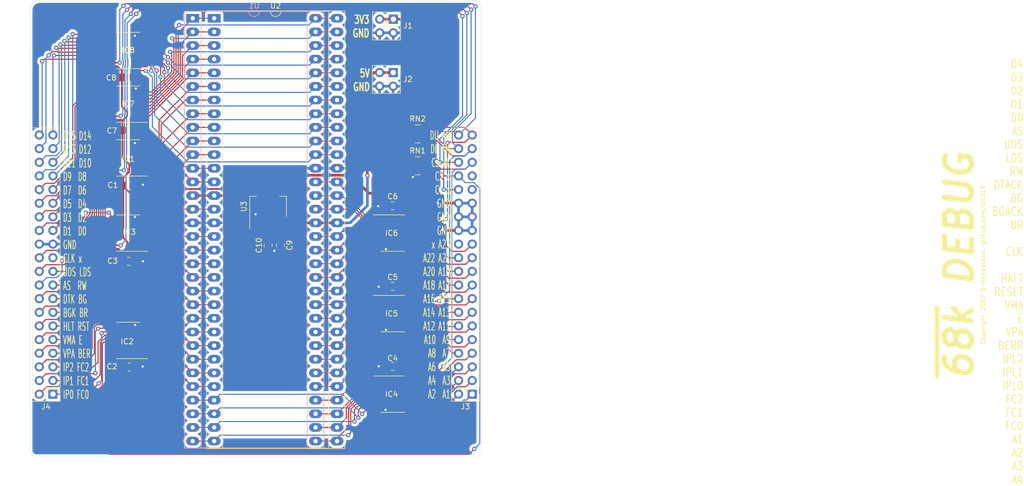
<source format=kicad_pcb>
(kicad_pcb (version 20211014) (generator pcbnew)
  (layers (0 "F.Cu" signal) (31 "B.Cu" signal) (34 "B.Paste" user) (35 "F.Paste" user) (36 "B.SilkS" user "B.Silkscreen") (37 "F.SilkS" user "F.Silkscreen") (38 "B.Mask" user) (39 "F.Mask" user) (44 "Edge.Cuts" user))
  (net 0 "")
  (net 1 "/D5")
  (net 2 "/D6")
  (net 3 "/D7")
  (net 4 "/D8")
  (net 5 "/D9")
  (net 6 "/D10")
  (net 7 "/D11")
  (net 8 "/D12")
  (net 9 "/D13")
  (net 10 "/D14")
  (net 11 "/D15")
  (net 12 "/A23")
  (net 13 "/A22")
  (net 14 "/A21")
  (net 15 "/A20")
  (net 16 "/A19")
  (net 17 "/A18")
  (net 18 "/A17")
  (net 19 "/A16")
  (net 20 "/A15")
  (net 21 "/A14")
  (net 22 "/A13")
  (net 23 "/A12")
  (net 24 "/A11")
  (net 25 "/A10")
  (net 26 "/A9")
  (net 27 "/A8")
  (net 28 "/A7")
  (net 29 "/A6")
  (net 30 "/A5")
  (net 31 "/A4")
  (net 32 "/A3")
  (net 33 "/A2")
  (net 34 "/A1")
  (net 35 "/FC0")
  (net 36 "/FC1")
  (net 37 "/FC2")
  (net 38 "/IPL0")
  (net 39 "/IPL1")
  (net 40 "/IPL2")
  (net 41 "/BERR")
  (net 42 "/VPA")
  (net 43 "/E")
  (net 44 "/VMA")
  (net 45 "/RESET")
  (net 46 "/HALT")
  (net 47 "/CLK")
  (net 48 "/BR")
  (net 49 "/BGACK")
  (net 50 "/BG")
  (net 51 "/DTACK")
  (net 52 "/RW")
  (net 53 "/LDS")
  (net 54 "/UDS")
  (net 55 "/AS")
  (net 56 "/D0")
  (net 57 "/D1")
  (net 58 "/D2")
  (net 59 "/D3")
  (net 60 "/D4")
  (net 61 "+5V")
  (net 62 "GND")
  (net 63 "+3V3")
  (net 67 "/_HALT")
  (net 68 "/_RW")
  (net 69 "/_LDS")
  (net 70 "/_UDS")
  (net 71 "/_FC0")
  (net 72 "/_FC1")
  (net 73 "/_FC2")
  (net 74 "/OE_C_1")
  (net 78 "/_IPL0")
  (net 79 "/_IPL1")
  (net 80 "/_IPL2")
  (net 81 "/_BERR")
  (net 82 "/_DTACK")
  (net 85 "/OE_C_2")
  (net 87 "/_BGACK")
  (net 88 "/_BG")
  (net 89 "/_BR")
  (net 90 "/_RESET")
  (net 91 "/_VPA")
  (net 92 "/_VMA")
  (net 93 "/_E")
  (net 94 "/_CLK")
  (net 95 "/OE_C_3")
  (net 97 "/_A7")
  (net 98 "/_A6")
  (net 99 "/_A5")
  (net 100 "/_A4")
  (net 101 "/_A3")
  (net 102 "/_A2")
  (net 103 "/_A1")
  (net 104 "/_AS")
  (net 105 "/OE_A_L")
  (net 107 "/_A15")
  (net 108 "/_A14")
  (net 109 "/_A13")
  (net 110 "/_A12")
  (net 111 "/_A11")
  (net 112 "/_A10")
  (net 113 "/_A9")
  (net 114 "/_A8")
  (net 115 "/OE_A_M")
  (net 117 "/_A23")
  (net 118 "/_A22")
  (net 119 "/_A21")
  (net 120 "/_A20")
  (net 121 "/_A19")
  (net 122 "/_A18")
  (net 123 "/_A17")
  (net 124 "/_A16")
  (net 125 "/OE_A_U")
  (net 127 "/_D7")
  (net 128 "/_D6")
  (net 129 "/_D5")
  (net 130 "/_D4")
  (net 131 "/_D3")
  (net 132 "/_D2")
  (net 133 "/_D1")
  (net 134 "/_D0")
  (net 135 "/OE_D_L")
  (net 137 "/_D15")
  (net 138 "/_D14")
  (net 139 "/_D13")
  (net 140 "/_D12")
  (net 141 "/_D11")
  (net 142 "/_D10")
  (net 143 "/_D9")
  (net 144 "/_D8")
  (net 145 "/OE_D_U")
  (footprint "Package_DIP:DIP-64_W22.86mm_LongPads" (layer "F.Cu") (at 90 60)
    (fp_text reference "U1")
    (fp_text value "68000D_PLUG")
  )
  (footprint "Package_DIP:DIP-64_W22.86mm_Socket_LongPads" (layer "F.Cu") (at 94 60)
    (fp_text reference "U2")
    (fp_text value "68000D")
  )
  (footprint "Connector_PinSocket_2.54mm:PinSocket_2x02_P2.54mm_Vertical" (layer "F.Cu") (at 127.304 70.112)
    (fp_text reference "J2")
    (fp_text value "Conn_02x02_Odd_Even")
  )
  (footprint "Connector_PinSocket_2.54mm:PinSocket_2x02_P2.54mm_Vertical" (layer "F.Cu") (at 127.33 60.17)
    (fp_text reference "J1")
    (fp_text value "Conn_02x02_Odd_Even")
  )
  (footprint "Capacitor_SMD:C_0805_2012Metric_Pad1.18x1.45mm_HandSolder" (layer "F.Cu") (at 127.2 124.835 180)
    (fp_text reference "C4")
    (fp_text value "100n")
  )
  (footprint "Package_SO:TSSOP-20_4.4x6.5mm_P0.65mm" (layer "F.Cu") (at 127.2 130)
    (fp_text reference "IC4")
    (fp_text value "SN74CB3T3245DW")
  )
  (footprint "Capacitor_SMD:C_0805_2012Metric_Pad1.18x1.45mm_HandSolder" (layer "F.Cu") (at 77.98 80.865)
    (fp_text reference "C7")
    (fp_text value "100n")
  )
  (footprint "Package_SO:TSSOP-20_4.4x6.5mm_P0.65mm" (layer "F.Cu") (at 78 86 180)
    (fp_text reference "IC1")
    (fp_text value "SN74CB3T3245DW")
  )
  (footprint "Connector_PinHeader_2.54mm:PinHeader_2x20_P2.54mm_Vertical" (layer "F.Cu") (at 64 130 180)
    (fp_text reference "J4")
    (fp_text value "Conn_02x20_Odd_Even")
  )
  (footprint "Capacitor_SMD:C_0805_2012Metric_Pad1.18x1.45mm_HandSolder" (layer "F.Cu") (at 77.84 71)
    (fp_text reference "C8")
    (fp_text value "100n")
  )
  (footprint "Capacitor_SMD:C_0805_2012Metric_Pad1.18x1.45mm_HandSolder" (layer "F.Cu") (at 106.34 102.28 -90)
    (fp_text reference "C9")
    (fp_text value "1u")
  )
  (footprint "Package_TO_SOT_SMD:SOT-223-3_TabPin2" (layer "F.Cu") (at 104.02 95.06 90)
    (fp_text reference "U3")
    (fp_text value "LM1117-3.3")
  )
  (footprint "Connector_PinHeader_2.54mm:PinHeader_2x20_P2.54mm_Vertical" (layer "F.Cu") (at 142 130 180)
    (fp_text reference "J3")
    (fp_text value "Conn_02x20_Odd_Even")
  )
  (footprint "Capacitor_SMD:C_0805_2012Metric_Pad1.18x1.45mm_HandSolder" (layer "F.Cu") (at 127.2 109.93 180)
    (fp_text reference "C5")
    (fp_text value "100n")
  )
  (footprint "Resistor_SMD:R_Array_Convex_4x0603" (layer "F.Cu") (at 131.85 81.52)
    (fp_text reference "RN2")
    (fp_text value "10k")
  )
  (footprint "Capacitor_SMD:C_0805_2012Metric_Pad1.18x1.45mm_HandSolder" (layer "F.Cu") (at 104.04 102.29 -90)
    (fp_text reference "C10")
    (fp_text value "1u")
  )
  (footprint "Capacitor_SMD:C_0805_2012Metric_Pad1.18x1.45mm_HandSolder" (layer "F.Cu") (at 78.178748 124.935)
    (fp_text reference "C2")
    (fp_text value "100n")
  )
  (footprint "Package_SO:TSSOP-20_4.4x6.5mm_P0.65mm" (layer "F.Cu") (at 78 66 180)
    (fp_text reference "IC8")
    (fp_text value "SN74CB3T3245DW")
  )
  (footprint "Capacitor_SMD:C_0805_2012Metric_Pad1.18x1.45mm_HandSolder" (layer "F.Cu") (at 78.15 91.15)
    (fp_text reference "C1")
    (fp_text value "100n")
  )
  (footprint "Resistor_SMD:R_Array_Convex_4x0603" (layer "F.Cu") (at 131.85 87.47)
    (fp_text reference "RN1")
    (fp_text value "10k")
  )
  (footprint "Package_SO:TSSOP-20_4.4x6.5mm_P0.65mm" (layer "F.Cu") (at 78 120 180)
    (fp_text reference "IC2")
    (fp_text value "SN74CB3T3245DW")
  )
  (footprint "Capacitor_SMD:C_0805_2012Metric_Pad1.18x1.45mm_HandSolder" (layer "F.Cu") (at 78.09 105.27)
    (fp_text reference "C3")
    (fp_text value "100n")
  )
  (footprint "Package_SO:TSSOP-20_4.4x6.5mm_P0.65mm" (layer "F.Cu") (at 78 76 180)
    (fp_text reference "IC7")
    (fp_text value "SN74CB3T3245DW")
  )
  (footprint "Package_SO:TSSOP-20_4.4x6.5mm_P0.65mm" (layer "F.Cu") (at 78 100 180)
    (fp_text reference "IC3")
    (fp_text value "SN74CB3T3245DW")
  )
  (footprint "Package_SO:TSSOP-20_4.4x6.5mm_P0.65mm" (layer "F.Cu") (at 127.2 115)
    (fp_text reference "IC5")
    (fp_text value "SN74CB3T3245DW")
  )
  (footprint "Package_SO:TSSOP-20_4.4x6.5mm_P0.65mm" (layer "F.Cu") (at 127.2 100)
    (fp_text reference "IC6")
    (fp_text value "SN74CB3T3245DW")
  )
  (footprint "Capacitor_SMD:C_0805_2012Metric_Pad1.18x1.45mm_HandSolder" (layer "F.Cu") (at 127.2 94.9 180)
    (fp_text reference "C6")
    (fp_text value "100n")
  )
  (gr_line (start 59.68 140.444) (end 59.68 58.529) (layer "Edge.Cuts") (width 0.05))
  (gr_arc (start 59.68 58.529) (mid 60.237962 57.181962) (end 61.585 56.624) (layer "Edge.Cuts") (width 0.05))
  (gr_line (start 61.585 56.624) (end 142.425 56.624) (layer "Edge.Cuts") (width 0.05))
  (gr_arc (start 142.425 56.624) (mid 143.323026 56.995974) (end 143.695 57.894) (layer "Edge.Cuts") (width 0.05))
  (gr_line (start 143.695 57.894) (end 143.695 140.444) (layer "Edge.Cuts") (width 0.05))
  (gr_arc (start 60.95 141.714) (mid 60.051974 141.342026) (end 59.68 140.444) (layer "Edge.Cuts") (width 0.05))
  (gr_arc (start 143.695 140.444) (mid 143.323026 141.342026) (end 142.425 141.714) (layer "Edge.Cuts") (width 0.05))
  (gr_line (start 142.425 141.714) (end 60.95 141.714) (layer "Edge.Cuts") (width 0.05))
  (gr_text "GND\n" (at 123.095 72.795) (layer "F.SilkS") (effects (font (size 1.5 1) (thickness 0.25)) (justify right)))
  (gr_text "DU AU\nDL AM\nC3 AL\nC2 x\nC1 x\nGND\nGND\nGND\nx A23\nA22 A21\nA20 A19\nA18 A17\nA16 A15\nA14 A13\nA12 A11\nA10  A9\n A8  A7\n A6  A5\n A4  A3\n A2  A1" (at 138.005 105.925) (layer "F.SilkS") (effects (font (size 1.575 0.8)) (justify right)))
  (gr_text "Copyright 2022 D Henderson. github.com/dh219" (at 237.035 105.955 90) (layer "F.SilkS") (effects (font (size 0.8 0.8))))
  (gr_text "3V3" (at 123 60.26) (layer "F.SilkS") (effects (font (size 1.5 1) (thickness 0.25)) (justify right)))
  (gr_text "GND\n" (at 123 62.8) (layer "F.SilkS") (effects (font (size 1.5 1) (thickness 0.25)) (justify right)))
  (gr_text "~{68k} DEBUG" (at 232.59 105.955 90) (layer "F.SilkS") (effects (font (size 5 5) (thickness 1) italic)))
  (gr_text "D4\nD3\nD2\nD1\nD0\nAS\nUDS\nLDS\nRW\nDTACK\nBG\nBGACK\nBR\n\nCLK\n\nHALT\nRESET\nVMA\nE\nVPA\nBERR\nIPL2\nIPL1\nIPL0\nFC2\nFC1\nFC0\nA1\nA2\nA3\nA4" (at 244.655 107.225) (layer "F.SilkS") (effects (font (size 1.55 1.2) (thickness 0.2)) (justify right)))
  (gr_text "D15 D14\nD13 D12\nD11 D10\nD9  D8\nD7  D6\nD5  D4\nD3  D2\nD1  D0\nGND\nCLK x\nUDS LDS\nAS  RW\nDTK BG\nBGK BR\nHLT RST\nVMA E\nVPA BER\nIP2 FC2\nIP1 FC1\nIP0 FC0\n" (at 65.8 106) (layer "F.SilkS") (effects (font (size 1.575 0.8)) (justify left)))
  (gr_text "5V" (at 123.095 70.255) (layer "F.SilkS") (effects (font (size 1.5 1) (thickness 0.25)) (justify right)))
  (segment (start 86.9 61.85) (end 86.9 70.284314) (width 0.2) (layer "F.Cu") (net 1))
  (segment (start 87.5 61.25) (end 86.9 61.85) (width 0.2) (layer "F.Cu") (net 1))
  (segment (start 82.159314 75.025) (end 80.8625 75.025) (width 0.2) (layer "F.Cu") (net 1))
  (segment (start 86.9 70.284314) (end 82.159314 75.025) (width 0.2) (layer "F.Cu") (net 1))
  (segment (start 112.86 60) (end 116.86 60) (width 0.2) (layer "F.Cu") (net 1))
  (via (at 87.5 61.25) (size 0.8) (drill 0.4) (layers "F.Cu" "B.Cu") (net 1))
  (segment (start 87.5 61.25) (end 111.61 61.25) (width 0.2) (layer "B.Cu") (net 1))
  (segment (start 111.61 61.25) (end 112.86 60) (width 0.2) (layer "B.Cu") (net 1))
  (segment (start 86.5 70.118628) (end 82.243628 74.375) (width 0.2) (layer "F.Cu") (net 2))
  (segment (start 82.243628 74.375) (end 80.8625 74.375) (width 0.2) (layer "F.Cu") (net 2))
  (segment (start 86.5 64.0495) (end 86.5 70.118628) (width 0.2) (layer "F.Cu") (net 2))
  (segment (start 112.86 62.54) (end 116.86 62.54) (width 0.2) (layer "F.Cu") (net 2))
  (segment (start 86.2005 63.75) (end 86.5 64.0495) (width 0.2) (layer "F.Cu") (net 2))
  (via (at 86.2005 63.75) (size 0.8) (drill 0.4) (layers "F.Cu" "B.Cu") (net 2))
  (segment (start 86.2005 63.75) (end 111.65 63.75) (width 0.2) (layer "B.Cu") (net 2))
  (segment (start 111.65 63.75) (end 112.86 62.54) (width 0.2) (layer "B.Cu") (net 2))
  (segment (start 86.1 66.5495) (end 86.1 69.952942) (width 0.2) (layer "F.Cu") (net 3))
  (segment (start 112.86 65.08) (end 116.86 65.08) (width 0.2) (layer "F.Cu") (net 3))
  (segment (start 82.327942 73.725) (end 80.8625 73.725) (width 0.2) (layer "F.Cu") (net 3))
  (segment (start 86.1 69.952942) (end 82.327942 73.725) (width 0.2) (layer "F.Cu") (net 3))
  (segment (start 85.8005 66.25) (end 86.1 66.5495) (width 0.2) (layer "F.Cu") (net 3))
  (via (at 85.8005 66.25) (size 0.8) (drill 0.4) (layers "F.Cu" "B.Cu") (net 3))
  (segment (start 111.69 66.25) (end 112.86 65.08) (width 0.2) (layer "B.Cu") (net 3))
  (segment (start 85.8005 66.25) (end 111.69 66.25) (width 0.2) (layer "B.Cu") (net 3))
  (segment (start 84.75 66.5995) (end 84.75 64.5) (width 0.2) (layer "F.Cu") (net 4))
  (segment (start 85.4005 67.25) (end 84.75 66.5995) (width 0.2) (layer "F.Cu") (net 4))
  (segment (start 84.75 64.5) (end 83.975 63.725) (width 0.2) (layer "F.Cu") (net 4))
  (segment (start 83.975 63.725) (end 80.8625 63.725) (width 0.2) (layer "F.Cu") (net 4))
  (segment (start 112.86 67.62) (end 116.86 67.62) (width 0.2) (layer "F.Cu") (net 4))
  (via (at 85.4005 67.25) (size 0.8) (drill 0.4) (layers "F.Cu" "B.Cu") (net 4))
  (segment (start 111.76 68.72) (end 112.86 67.62) (width 0.2) (layer "B.Cu") (net 4))
  (segment (start 86.8705 68.72) (end 111.76 68.72) (width 0.2) (layer "B.Cu") (net 4))
  (segment (start 85.4005 67.25) (end 86.8705 68.72) (width 0.2) (layer "B.Cu") (net 4))
  (segment (start 85.4005 68.25) (end 84.25 67.0995) (width 0.2) (layer "F.Cu") (net 5))
  (segment (start 84.25 65.25) (end 83.375 64.375) (width 0.2) (layer "F.Cu") (net 5))
  (segment (start 83.375 64.375) (end 80.8625 64.375) (width 0.2) (layer "F.Cu") (net 5))
  (segment (start 84.25 67.0995) (end 84.25 65.25) (width 0.2) (layer "F.Cu") (net 5))
  (segment (start 116.86 70.16) (end 112.86 70.16) (width 0.2) (layer "F.Cu") (net 5))
  (via (at 85.4005 68.25) (size 0.8) (drill 0.4) (layers "F.Cu" "B.Cu") (net 5))
  (segment (start 85.4005 68.25) (end 88.4105 71.26) (width 0.2) (layer "B.Cu") (net 5))
  (segment (start 88.4105 71.26) (end 111.76 71.26) (width 0.2) (layer "B.Cu") (net 5))
  (segment (start 111.76 71.26) (end 112.86 70.16) (width 0.2) (layer "B.Cu") (net 5))
  (segment (start 85.4005 69.249503) (end 83.85 67.699003) (width 0.2) (layer "F.Cu") (net 6))
  (segment (start 83.85 65.85) (end 83.025 65.025) (width 0.2) (layer "F.Cu") (net 6))
  (segment (start 83.85 67.699003) (end 83.85 65.85) (width 0.2) (layer "F.Cu") (net 6))
  (segment (start 112.86 72.7) (end 116.86 72.7) (width 0.2) (layer "F.Cu") (net 6))
  (segment (start 83.025 65.025) (end 80.8625 65.025) (width 0.2) (layer "F.Cu") (net 6))
  (via (at 85.4005 69.249503) (size 0.8) (drill 0.4) (layers "F.Cu" "B.Cu") (net 6))
  (segment (start 111.76 73.8) (end 112.86 72.7) (width 0.2) (layer "B.Cu") (net 6))
  (segment (start 85.4005 69.249503) (end 85.4005 70.4005) (width 0.2) (layer "B.Cu") (net 6))
  (segment (start 85.4005 70.4005) (end 88.8 73.8) (width 0.2) (layer "B.Cu") (net 6))
  (segment (start 88.8 73.8) (end 111.76 73.8) (width 0.2) (layer "B.Cu") (net 6))
  (segment (start 84.701 70.053158) (end 84.701 69.115688) (width 0.2) (layer "F.Cu") (net 7))
  (segment (start 116.86 75.24) (end 112.86 75.24) (width 0.2) (layer "F.Cu") (net 7))
  (segment (start 83.45 67.864688) (end 83.45 66.2) (width 0.2) (layer "F.Cu") (net 7))
  (segment (start 84.701 69.115688) (end 83.45 67.864688) (width 0.2) (layer "F.Cu") (net 7))
  (segment (start 82.925 65.675) (end 80.8625 65.675) (width 0.2) (layer "F.Cu") (net 7))
  (segment (start 83.45 66.2) (end 82.925 65.675) (width 0.2) (layer "F.Cu") (net 7))
  (via (at 84.701 70.053158) (size 0.8) (drill 0.4) (layers "F.Cu" "B.Cu") (net 7))
  (segment (start 111.76 76.34) (end 112.86 75.24) (width 0.2) (layer "B.Cu") (net 7))
  (segment (start 88.84 76.34) (end 111.76 76.34) (width 0.2) (layer "B.Cu") (net 7))
  (segment (start 84.701 72.201) (end 88.84 76.34) (width 0.2) (layer "B.Cu") (net 7))
  (segment (start 84.701 70.053158) (end 84.701 72.201) (width 0.2) (layer "B.Cu") (net 7))
  (segment (start 83.05 68.115686) (end 83.05 66.8) (width 0.2) (layer "F.Cu") (net 8))
  (segment (start 82.575 66.325) (end 80.8625 66.325) (width 0.2) (layer "F.Cu") (net 8))
  (segment (start 83.05 66.8) (end 82.575 66.325) (width 0.2) (layer "F.Cu") (net 8))
  (segment (start 112.86 77.78) (end 116.86 77.78) (width 0.2) (layer "F.Cu") (net 8))
  (segment (start 84.0015 70.892254) (end 84.0015 69.067186) (width 0.2) (layer "F.Cu") (net 8))
  (segment (start 84.0015 69.067186) (end 83.05 68.115686) (width 0.2) (layer "F.Cu") (net 8))
  (via (at 84.0015 70.892254) (size 0.8) (drill 0.4) (layers "F.Cu" "B.Cu") (net 8))
  (segment (start 111.76 78.88) (end 88.88 78.88) (width 0.2) (layer "B.Cu") (net 8))
  (segment (start 88.88 78.88) (end 84.0015 74.0015) (width 0.2) (layer "B.Cu") (net 8))
  (segment (start 112.86 77.78) (end 111.76 78.88) (width 0.2) (layer "B.Cu") (net 8))
  (segment (start 84.0015 74.0015) (end 84.0015 70.892254) (width 0.2) (layer "B.Cu") (net 8))
  (segment (start 81.975 66.975) (end 82.65 67.65) (width 0.2) (layer "F.Cu") (net 9))
  (segment (start 80.8625 66.975) (end 81.975 66.975) (width 0.2) (layer "F.Cu") (net 9))
  (segment (start 116.86 80.32) (end 112.86 80.32) (width 0.2) (layer "F.Cu") (net 9))
  (segment (start 82.65 67.65) (end 82.65 69.098) (width 0.2) (layer "F.Cu") (net 9))
  (segment (start 82.65 69.098) (end 83.302 69.75) (width 0.2) (layer "F.Cu") (net 9))
  (via (at 83.302 69.75) (size 0.8) (drill 0.4) (layers "F.Cu" "B.Cu") (net 9))
  (segment (start 89.224365 81.5) (end 111.68 81.5) (width 0.2) (layer "B.Cu") (net 9))
  (segment (start 83.302 69.75) (end 83.302 75.577635) (width 0.2) (layer "B.Cu") (net 9))
  (segment (start 111.68 81.5) (end 112.86 80.32) (width 0.2) (layer "B.Cu") (net 9))
  (segment (start 83.302 75.577635) (end 89.224365 81.5) (width 0.2) (layer "B.Cu") (net 9))
  (segment (start 82.25 68) (end 82.25 69.697503) (width 0.2) (layer "F.Cu") (net 10))
  (segment (start 82.25 69.697503) (end 82.302497 69.75) (width 0.2) (layer "F.Cu") (net 10))
  (segment (start 81.875 67.625) (end 82.25 68) (width 0.2) (layer "F.Cu") (net 10))
  (segment (start 112.86 82.86) (end 116.86 82.86) (width 0.2) (layer "F.Cu") (net 10))
  (segment (start 80.8625 67.625) (end 81.875 67.625) (width 0.2) (layer "F.Cu") (net 10))
  (via (at 82.302497 69.75) (size 0.8) (drill 0.4) (layers "F.Cu" "B.Cu") (net 10))
  (segment (start 82.902 70.349503) (end 82.902 78.057635) (width 0.2) (layer "B.Cu") (net 10))
  (segment (start 88.844365 84) (end 111.72 84) (width 0.2) (layer "B.Cu") (net 10))
  (segment (start 82.902 78.057635) (end 88.844365 84) (width 0.2) (layer "B.Cu") (net 10))
  (segment (start 111.72 84) (end 112.86 82.86) (width 0.2) (layer "B.Cu") (net 10))
  (segment (start 82.302497 69.75) (end 82.902 70.349503) (width 0.2) (layer "B.Cu") (net 10))
  (segment (start 80.8625 68.275) (end 80.209315 68.275) (width 0.2) (layer "F.Cu") (net 11))
  (segment (start 80.209315 68.275) (end 79.825 68.659315) (width 0.2) (layer "F.Cu") (net 11))
  (segment (start 79.825 69.325) (end 80.25 69.75) (width 0.2) (layer "F.Cu") (net 11))
  (segment (start 79.825 68.659315) (end 79.825 69.325) (width 0.2) (layer "F.Cu") (net 11))
  (segment (start 112.86 85.4) (end 116.86 85.4) (width 0.2) (layer "F.Cu") (net 11))
  (segment (start 80.25 69.75) (end 81.25 69.75) (width 0.2) (layer "F.Cu") (net 11))
  (via (at 81.25 69.75) (size 0.8) (drill 0.4) (layers "F.Cu" "B.Cu") (net 11))
  (segment (start 81.25 69.75) (end 82.502 71.002) (width 0.2) (layer "B.Cu") (net 11))
  (segment (start 111.51 86.75) (end 112.86 85.4) (width 0.2) (layer "B.Cu") (net 11))
  (segment (start 82.502 80.197635) (end 89.054365 86.75) (width 0.2) (layer "B.Cu") (net 11))
  (segment (start 82.502 71.002) (end 82.502 80.197635) (width 0.2) (layer "B.Cu") (net 11))
  (segment (start 89.054365 86.75) (end 111.51 86.75) (width 0.2) (layer "B.Cu") (net 11))
  (segment (start 118.8 93.4) (end 118.8 92.42) (width 0.2) (layer "F.Cu") (net 12))
  (segment (start 124.3375 97.725) (end 123.125 97.725) (width 0.2) (layer "F.Cu") (net 12))
  (segment (start 118.8 92.42) (end 116.86 90.48) (width 0.2) (layer "F.Cu") (net 12))
  (segment (start 116.86 90.48) (end 112.86 90.48) (width 0.2) (layer "F.Cu") (net 12))
  (segment (start 123.125 97.725) (end 118.8 93.4) (width 0.2) (layer "F.Cu") (net 12))
  (segment (start 116.86 93.02) (end 117.785686 93.02) (width 0.2) (layer "F.Cu") (net 13))
  (segment (start 112.86 93.02) (end 116.86 93.02) (width 0.2) (layer "F.Cu") (net 13))
  (segment (start 117.785686 93.02) (end 123.140686 98.375) (width 0.2) (layer "F.Cu") (net 13))
  (segment (start 123.140686 98.375) (end 124.3375 98.375) (width 0.2) (layer "F.Cu") (net 13))
  (segment (start 116.86 95.56) (end 112.86 95.56) (width 0.2) (layer "F.Cu") (net 14))
  (segment (start 119.76 95.56) (end 116.86 95.56) (width 0.2) (layer "F.Cu") (net 14))
  (segment (start 124.3375 99.025) (end 123.225 99.025) (width 0.2) (layer "F.Cu") (net 14))
  (segment (start 123.225 99.025) (end 119.76 95.56) (width 0.2) (layer "F.Cu") (net 14))
  (segment (start 112.86 100.64) (end 116.86 100.64) (width 0.2) (layer "F.Cu") (net 15))
  (segment (start 117.825 99.675) (end 116.86 100.64) (width 0.2) (layer "F.Cu") (net 15))
  (segment (start 124.3375 99.675) (end 117.825 99.675) (width 0.2) (layer "F.Cu") (net 15))
  (segment (start 116.86 103.18) (end 112.86 103.18) (width 0.2) (layer "F.Cu") (net 16))
  (segment (start 116.86 103.18) (end 119.715 100.325) (width 0.2) (layer "F.Cu") (net 16))
  (segment (start 119.715 100.325) (end 124.3375 100.325) (width 0.2) (layer "F.Cu") (net 16))
  (segment (start 112.86 105.72) (end 116.86 105.72) (width 0.2) (layer "F.Cu") (net 17))
  (segment (start 124.3375 100.975) (end 121.605 100.975) (width 0.2) (layer "F.Cu") (net 17))
  (segment (start 121.605 100.975) (end 116.86 105.72) (width 0.2) (layer "F.Cu") (net 17))
  (segment (start 124.3375 101.625) (end 123.175 101.625) (width 0.2) (layer "F.Cu") (net 18))
  (segment (start 116.86 107.94) (end 116.86 108.26) (width 0.2) (layer "F.Cu") (net 18))
  (segment (start 123.175 101.625) (end 116.86 107.94) (width 0.2) (layer "F.Cu") (net 18))
  (segment (start 116.86 108.26) (end 112.86 108.26) (width 0.2) (layer "F.Cu") (net 18))
  (segment (start 123.125 102.275) (end 119 106.4) (width 0.2) (layer "F.Cu") (net 19))
  (segment (start 119 108.66) (end 116.86 110.8) (width 0.2) (layer "F.Cu") (net 19))
  (segment (start 124.3375 102.275) (end 123.125 102.275) (width 0.2) (layer "F.Cu") (net 19))
  (segment (start 119 106.4) (end 119 108.66) (width 0.2) (layer "F.Cu") (net 19))
  (segment (start 112.86 110.8) (end 116.86 110.8) (width 0.2) (layer "F.Cu") (net 19))
  (segment (start 117.475 112.725) (end 124.3375 112.725) (width 0.2) (layer "F.Cu") (net 20))
  (segment (start 112.86 113.34) (end 116.86 113.34) (width 0.2) (layer "F.Cu") (net 20))
  (segment (start 116.86 113.34) (end 117.475 112.725) (width 0.2) (layer "F.Cu") (net 20))
  (segment (start 116.86 115.88) (end 112.86 115.88) (width 0.2) (layer "F.Cu") (net 21))
  (segment (start 119.365 113.375) (end 116.86 115.88) (width 0.2) (layer "F.Cu") (net 21))
  (segment (start 124.3375 113.375) (end 119.365 113.375) (width 0.2) (layer "F.Cu") (net 21))
  (segment (start 112.86 118.42) (end 116.86 118.42) (width 0.2) (layer "F.Cu") (net 22))
  (segment (start 116.895686 118.42) (end 121.290686 114.025) (width 0.2) (layer "F.Cu") (net 22))
  (segment (start 121.290686 114.025) (end 124.3375 114.025) (width 0.2) (layer "F.Cu") (net 22))
  (segment (start 123.325 114.675) (end 124.3375 114.675) (width 0.2) (layer "F.Cu") (net 23))
  (segment (start 116.86 120.96) (end 112.86 120.96) (width 0.2) (layer "F.Cu") (net 23))
  (segment (start 117.04 120.96) (end 123.325 114.675) (width 0.2) (layer "F.Cu") (net 23))
  (segment (start 123.275 115.325) (end 118.6 120) (width 0.2) (layer "F.Cu") (net 24))
  (segment (start 124.3375 115.325) (end 123.275 115.325) (width 0.2) (layer "F.Cu") (net 24))
  (segment (start 118.6 121.76) (end 116.86 123.5) (width 0.2) (layer "F.Cu") (net 24))
  (segment (start 112.86 123.5) (end 116.86 123.5) (width 0.2) (layer "F.Cu") (net 24))
  (segment (start 118.6 120) (end 118.6 121.76) (width 0.2) (layer "F.Cu") (net 24))
  (segment (start 119.35 119.85) (end 123.225 115.975) (width 0.2) (layer "F.Cu") (net 25))
  (segment (start 116.86 126.04) (end 112.86 126.04) (width 0.2) (layer "F.Cu") (net 25))
  (segment (start 123.225 115.975) (end 124.3375 115.975) (width 0.2) (layer "F.Cu") (net 25))
  (segment (start 119.35 123.55) (end 119.35 119.85) (width 0.2) (layer "F.Cu") (net 25))
  (segment (start 116.86 126.04) (end 119.35 123.55) (width 0.2) (layer "F.Cu") (net 25))
  (segment (start 123.175 116.625) (end 124.3375 116.625) (width 0.2) (layer "F.Cu") (net 26))
  (segment (start 119.75 126) (end 119.75 120.05) (width 0.2) (layer "F.Cu") (net 26))
  (segment (start 117.17 128.58) (end 119.75 126) (width 0.2) (layer "F.Cu") (net 26))
  (segment (start 119.75 120.05) (end 123.175 116.625) (width 0.2) (layer "F.Cu") (net 26))
  (segment (start 112.86 128.58) (end 116.86 128.58) (width 0.2) (layer "F.Cu") (net 26))
  (segment (start 116.86 131.12) (end 120.15 127.83) (width 0.2) (layer "F.Cu") (net 27))
  (segment (start 120.15 120.25) (end 123.125 117.275) (width 0.2) (layer "F.Cu") (net 27))
  (segment (start 123.125 117.275) (end 124.3375 117.275) (width 0.2) (layer "F.Cu") (net 27))
  (segment (start 120.15 127.83) (end 120.15 120.25) (width 0.2) (layer "F.Cu") (net 27))
  (segment (start 112.86 131.12) (end 116.86 131.12) (width 0.2) (layer "F.Cu") (net 27))
  (segment (start 112.86 133.66) (end 116.86 133.66) (width 0.2) (layer "F.Cu") (net 28))
  (segment (start 116.86 133.66) (end 122.145 128.375) (width 0.2) (layer "F.Cu") (net 28))
  (segment (start 122.145 128.375) (end 124.3375 128.375) (width 0.2) (layer "F.Cu") (net 28))
  (segment (start 122.060686 129.025) (end 124.3375 129.025) (width 0.2) (layer "F.Cu") (net 29))
  (segment (start 116.86 136.2) (end 118.6 134.46) (width 0.2) (layer "F.Cu") (net 29))
  (segment (start 118.6 132.485686) (end 122.060686 129.025) (width 0.2) (layer "F.Cu") (net 29))
  (segment (start 118.6 134.46) (end 118.6 132.485686) (width 0.2) (layer "F.Cu") (net 29))
  (segment (start 116.86 136.2) (end 112.86 136.2) (width 0.2) (layer "F.Cu") (net 29))
  (segment (start 116.86 138.215) (end 119 136.075) (width 0.2) (layer "F.Cu") (net 30))
  (segment (start 119 132.651372) (end 121.976372 129.675) (width 0.2) (layer "F.Cu") (net 30))
  (segment (start 121.976372 129.675) (end 124.3375 129.675) (width 0.2) (layer "F.Cu") (net 30))
  (segment (start 112.86 138.74) (end 116.86 138.74) (width 0.2) (layer "F.Cu") (net 30))
  (segment (start 119 136.075) (end 119 132.651372) (width 0.2) (layer "F.Cu") (net 30))
  (segment (start 94 138.74) (end 90 138.74) (width 0.2) (layer "F.Cu") (net 31))
  (segment (start 119.4 137.2) (end 119.4 132.817058) (width 0.2) (layer "F.Cu") (net 31))
  (segment (start 119.4 132.817058) (end 121.892058 130.325) (width 0.2) (layer "F.Cu") (net 31))
  (segment (start 118.96 137.64) (end 119.4 137.2) (width 0.2) (layer "F.Cu") (net 31))
  (segment (start 121.892058 130.325) (end 124.3375 130.325) (width 0.2) (layer "F.Cu") (net 31))
  (via (at 118.96 137.64) (size 0.8) (drill 0.4) (layers "F.Cu" "B.Cu") (net 31))
  (segment (start 118.96 137.64) (end 95.1 137.64) (width 0.2) (layer "B.Cu") (net 31))
  (segment (start 95.1 137.64) (end 94 138.74) (width 0.2) (layer "B.Cu") (net 31))
  (segment (start 120.0995 135.1) (end 120.0995 132.9005) (width 0.2) (layer "F.Cu") (net 32))
  (segment (start 122.025 130.975) (end 124.3375 130.975) (width 0.2) (layer "F.Cu") (net 32))
  (segment (start 90 136.2) (end 94 136.2) (width 0.2) (layer "F.Cu") (net 32))
  (segment (start 120.0995 132.9005) (end 122.025 130.975) (width 0.2) (layer "F.Cu") (net 32))
  (via (at 120.0995 135.1) (size 0.8) (drill 0.4) (layers "F.Cu" "B.Cu") (net 32))
  (segment (start 120.0995 135.1) (end 95.1 135.1) (width 0.2) (layer "B.Cu") (net 32))
  (segment (start 95.1 135.1) (end 94 136.2) (width 0.2) (layer "B.Cu") (net 32))
  (segment (start 120.806507 132.993493) (end 122.175 131.625) (width 0.2) (layer "F.Cu") (net 33))
  (segment (start 120.806507 134.393498) (end 120.806507 132.993493) (width 0.2) (layer "F.Cu") (net 33))
  (segment (start 122.175 131.625) (end 124.3375 131.625) (width 0.2) (layer "F.Cu") (net 33))
  (segment (start 94 133.66) (end 90 133.66) (width 0.2) (layer "F.Cu") (net 33))
  (via (at 120.806507 134.393498) (size 0.8) (drill 0.4) (layers "F.Cu" "B.Cu") (net 33))
  (segment (start 118.973009 132.56) (end 95.1 132.56) (width 0.2) (layer "B.Cu") (net 33))
  (segment (start 120.806507 134.393498) (end 118.973009 132.56) (width 0.2) (layer "B.Cu") (net 33))
  (segment (start 95.1 132.56) (end 94 133.66) (width 0.2) (layer "B.Cu") (net 33))
  (segment (start 122.924999 132.275) (end 124.3375 132.275) (width 0.2) (layer "F.Cu") (net 34))
  (segment (start 121.513259 133.68674) (end 122.924999 132.275) (width 0.2) (layer "F.Cu") (net 34))
  (segment (start 90 131.12) (end 94 131.12) (width 0.2) (layer "F.Cu") (net 34))
  (via (at 121.513259 133.68674) (size 0.8) (drill 0.4) (layers "F.Cu" "B.Cu") (net 34))
  (segment (start 95.1 130.02) (end 94 131.12) (width 0.2) (layer "B.Cu") (net 34))
  (segment (start 121.513259 133.68674) (end 117.846519 130.02) (width 0.2) (layer "B.Cu") (net 34))
  (segment (start 117.846519 130.02) (end 95.1 130.02) (width 0.2) (layer "B.Cu") (net 34))
  (segment (start 90 128.58) (end 94 128.58) (width 0.2) (layer "F.Cu") (net 35))
  (segment (start 80.8625 120.975) (end 82.395 120.975) (width 0.2) (layer "F.Cu") (net 35))
  (segment (start 82.395 120.975) (end 90 128.58) (width 0.2) (layer "F.Cu") (net 35))
  (segment (start 80.8625 120.325) (end 84.285 120.325) (width 0.2) (layer "F.Cu") (net 36))
  (segment (start 94 126.04) (end 90 126.04) (width 0.2) (layer "F.Cu") (net 36))
  (segment (start 84.285 120.325) (end 90 126.04) (width 0.2) (layer "F.Cu") (net 36))
  (segment (start 90 123.5) (end 94 123.5) (width 0.2) (layer "F.Cu") (net 37))
  (segment (start 80.8625 119.675) (end 86.175 119.675) (width 0.2) (layer "F.Cu") (net 37))
  (segment (start 86.175 119.675) (end 90 123.5) (width 0.2) (layer "F.Cu") (net 37))
  (segment (start 90 120.96) (end 94 120.96) (width 0.2) (layer "F.Cu") (net 38))
  (segment (start 80.8625 119.025) (end 88.065 119.025) (width 0.2) (layer "F.Cu") (net 38))
  (segment (start 88.065 119.025) (end 90 120.96) (width 0.2) (layer "F.Cu") (net 38))
  (segment (start 80.8625 118.375) (end 89.955 118.375) (width 0.2) (layer "F.Cu") (net 39))
  (segment (start 94 118.42) (end 90 118.42) (width 0.2) (layer "F.Cu") (net 39))
  (segment (start 80.8625 117.725) (end 88.155 117.725) (width 0.2) (layer "F.Cu") (net 40))
  (segment (start 88.155 117.725) (end 90 115.88) (width 0.2) (layer "F.Cu") (net 40))
  (segment (start 90 115.88) (end 94 115.88) (width 0.2) (layer "F.Cu") (net 40))
  (segment (start 82.125 101.625) (end 87.25 106.75) (width 0.2) (layer "F.Cu") (net 41))
  (segment (start 87.25 106.75) (end 87.25 110.59) (width 0.2) (layer "F.Cu") (net 41))
  (segment (start 87.25 110.59) (end 90 113.34) (width 0.2) (layer "F.Cu") (net 41))
  (segment (start 90 113.34) (end 94 113.34) (width 0.2) (layer "F.Cu") (net 41))
  (segment (start 80.8625 101.625) (end 82.125 101.625) (width 0.2) (layer "F.Cu") (net 41))
  (segment (start 90 110.8) (end 94 110.8) (width 0.2) (layer "F.Cu") (net 42))
  (segment (start 87.75 108.55) (end 90 110.8) (width 0.2) (layer "F.Cu") (net 42))
  (segment (start 80.8625 100.975) (end 82.225 100.975) (width 0.2) (layer "F.Cu") (net 42))
  (segment (start 87.75 106.5) (end 87.75 108.55) (width 0.2) (layer "F.Cu") (net 42))
  (segment (start 82.225 100.975) (end 87.75 106.5) (width 0.2) (layer "F.Cu") (net 42))
  (segment (start 94 108.26) (end 90 108.26) (width 0.2) (layer "F.Cu") (net 43))
  (segment (start 80.8625 100.325) (end 82.140686 100.325) (width 0.2) (layer "F.Cu") (net 43))
  (segment (start 82.140686 100.325) (end 90 108.184314) (width 0.2) (layer "F.Cu") (net 43))
  (segment (start 82.175 99.675) (end 80.8625 99.675) (width 0.2) (layer "F.Cu") (net 44))
  (segment (start 90 105.72) (end 88.22 105.72) (width 0.2) (layer "F.Cu") (net 44))
  (segment (start 90 105.72) (end 94 105.72) (width 0.2) (layer "F.Cu") (net 44))
  (segment (start 88.22 105.72) (end 82.175 99.675) (width 0.2) (layer "F.Cu") (net 44))
  (segment (start 80.8625 99.025) (end 82.275 99.025) (width 0.2) (layer "F.Cu") (net 45))
  (segment (start 86.43 103.18) (end 90 103.18) (width 0.2) (layer "F.Cu") (net 45))
  (segment (start 82.275 99.025) (end 86.43 103.18) (width 0.2) (layer "F.Cu") (net 45))
  (segment (start 94 103.18) (end 90 103.18) (width 0.2) (layer "F.Cu") (net 45))
  (segment (start 84.64 100.64) (end 90 100.64) (width 0.2) (layer "F.Cu") (net 46))
  (segment (start 90 100.64) (end 94 100.64) (width 0.2) (layer "F.Cu") (net 46))
  (segment (start 82.375 98.375) (end 84.64 100.64) (width 0.2) (layer "F.Cu") (net 46))
  (segment (start 80.8625 98.375) (end 82.375 98.375) (width 0.2) (layer "F.Cu") (net 46))
  (segment (start 90 95.56) (end 94 95.56) (width 0.2) (layer "F.Cu") (net 47))
  (segment (start 80.8625 97.725) (end 82.275 97.725) (width 0.2) (layer "F.Cu") (net 47))
  (segment (start 84.44 95.56) (end 90 95.56) (width 0.2) (layer "F.Cu") (net 47))
  (segment (start 82.275 97.725) (end 84.44 95.56) (width 0.2) (layer "F.Cu") (net 47))
  (segment (start 87.795 88.275) (end 90 90.48) (width 0.2) (layer "F.Cu") (net 48))
  (segment (start 90 90.48) (end 94 90.48) (width 0.2) (layer "F.Cu") (net 48))
  (segment (start 80.8625 88.275) (end 87.795 88.275) (width 0.2) (layer "F.Cu") (net 48))
  (segment (start 90 87.94) (end 94 87.94) (width 0.2) (layer "F.Cu") (net 49))
  (segment (start 80.8625 87.625) (end 89.685 87.625) (width 0.2) (layer "F.Cu") (net 49))
  (segment (start 90 85.4) (end 94 85.4) (width 0.2) (layer "F.Cu") (net 50))
  (segment (start 80.8625 86.975) (end 88.425 86.975) (width 0.2) (layer "F.Cu") (net 50))
  (segment (start 88.425 86.975) (end 90 85.4) (width 0.2) (layer "F.Cu") (net 50))
  (segment (start 86.535 86.325) (end 90 82.86) (width 0.2) (layer "F.Cu") (net 51))
  (segment (start 90 82.86) (end 94 82.86) (width 0.2) (layer "F.Cu") (net 51))
  (segment (start 80.8625 86.325) (end 86.535 86.325) (width 0.2) (layer "F.Cu") (net 51))
  (segment (start 84.645 85.675) (end 90 80.32) (width 0.2) (layer "F.Cu") (net 52))
  (segment (start 80.8625 85.675) (end 84.645 85.675) (width 0.2) (layer "F.Cu") (net 52))
  (segment (start 94 80.32) (end 90 80.32) (width 0.2) (layer "F.Cu") (net 52))
  (segment (start 90 77.78) (end 94 77.78) (width 0.2) (layer "F.Cu") (net 53))
  (segment (start 80.8625 85.025) (end 82.606371 85.025) (width 0.2) (layer "F.Cu") (net 53))
  (segment (start 82.606371 85.025) (end 89.85137 77.78) (width 0.2) (layer "F.Cu") (net 53))
  (segment (start 82.690685 84.375) (end 84.15 82.915685) (width 0.2) (layer "F.Cu") (net 54))
  (segment (start 88.66 75.24) (end 90 75.24) (width 0.2) (layer "F.Cu") (net 54))
  (segment (start 80.8625 84.375) (end 82.690685 84.375) (width 0.2) (layer "F.Cu") (net 54))
  (segment (start 84.15 79.75) (end 88.66 75.24) (width 0.2) (layer "F.Cu") (net 54))
  (segment (start 94 75.24) (end 90 75.24) (width 0.2) (layer "F.Cu") (net 54))
  (segment (start 84.15 82.915685) (end 84.15 79.75) (width 0.2) (layer "F.Cu") (net 54))
  (segment (start 80.8625 83.725) (end 82.775 83.725) (width 0.2) (layer "F.Cu") (net 55))
  (segment (start 82.775 83.725) (end 83.75 82.75) (width 0.2) (layer "F.Cu") (net 55))
  (segment (start 83.75 78.95) (end 90 72.7) (width 0.2) (layer "F.Cu") (net 55))
  (segment (start 90 72.7) (end 94 72.7) (width 0.2) (layer "F.Cu") (net 55))
  (segment (start 83.75 82.75) (end 83.75 78.95) (width 0.2) (layer "F.Cu") (net 55))
  (segment (start 81.885 78.275) (end 90 70.16) (width 0.2) (layer "F.Cu") (net 56))
  (segment (start 94 70.16) (end 90 70.16) (width 0.2) (layer "F.Cu") (net 56))
  (segment (start 80.8625 78.275) (end 81.885 78.275) (width 0.2) (layer "F.Cu") (net 56))
  (segment (start 81.875 77.625) (end 80.8625 77.625) (width 0.2) (layer "F.Cu") (net 57))
  (segment (start 88.5 71) (end 81.875 77.625) (width 0.2) (layer "F.Cu") (net 57))
  (segment (start 90 67.62) (end 94 67.62) (width 0.2) (layer "F.Cu") (net 57))
  (segment (start 90 67.62) (end 88.5 69.12) (width 0.2) (layer "F.Cu") (net 57))
  (segment (start 88.5 69.12) (end 88.5 71) (width 0.2) (layer "F.Cu") (net 57))
  (segment (start 94 65.08) (end 90 65.08) (width 0.2) (layer "F.Cu") (net 58))
  (segment (start 80.8625 76.975) (end 81.959314 76.975) (width 0.2) (layer "F.Cu") (net 58))
  (segment (start 88.1 66.98) (end 90 65.08) (width 0.2) (layer "F.Cu") (net 58))
  (segment (start 88.1 70.834314) (end 88.1 66.98) (width 0.2) (layer "F.Cu") (net 58))
  (segment (start 81.959314 76.975) (end 88.1 70.834314) (width 0.2) (layer "F.Cu") (net 58))
  (segment (start 90 62.54) (end 94 62.54) (width 0.2) (layer "F.Cu") (net 59))
  (segment (start 80.8625 76.325) (end 82.043628 76.325) (width 0.2) (layer "F.Cu") (net 59))
  (segment (start 87.7 64.84) (end 90 62.54) (width 0.2) (layer "F.Cu") (net 59))
  (segment (start 82.043628 76.325) (end 87.7 70.668628) (width 0.2) (layer "F.Cu") (net 59))
  (segment (start 87.7 70.668628) (end 87.7 64.84) (width 0.2) (layer "F.Cu") (net 59))
  (segment (start 87.3 70.45) (end 87.3 62.7) (width 0.2) (layer "F.Cu") (net 60))
  (segment (start 82.075 75.675) (end 87.3 70.45) (width 0.2) (layer "F.Cu") (net 60))
  (segment (start 87.3 62.7) (end 90 60) (width 0.2) (layer "F.Cu") (net 60))
  (segment (start 80.8625 75.675) (end 82.075 75.675) (width 0.2) (layer "F.Cu") (net 60))
  (segment (start 90 60) (end 94 60) (width 0.2) (layer "F.Cu") (net 60))
  (segment (start 127.304 70.112) (end 124.764 70.112) (width 0.5) (layer "F.Cu") (net 61))
  (segment (start 107.4 105.6) (end 108.2 104.8) (width 0.5) (layer "F.Cu") (net 61))
  (segment (start 108.2 101.8) (end 107.6225 101.2225) (width 0.5) (layer "F.Cu") (net 61))
  (segment (start 122.5 71.3) (end 123.688 70.112) (width 0.5) (layer "F.Cu") (net 61))
  (segment (start 106.32 98.21) (end 106.32 101.2225) (width 0.5) (layer "F.Cu") (net 61))
  (segment (start 99.4 93.6) (end 99.4 104.8) (width 0.5) (layer "F.Cu") (net 61))
  (segment (start 123.688 70.112) (end 124.764 70.112) (width 0.5) (layer "F.Cu") (net 61))
  (segment (start 122.5 89.3) (end 122.5 71.3) (width 0.5) (layer "F.Cu") (net 61))
  (segment (start 98.82 93.02) (end 99.4 93.6) (width 0.5) (layer "F.Cu") (net 61))
  (segment (start 116.86 98.1) (end 112.86 98.1) (width 0.5) (layer "F.Cu") (net 61))
  (segment (start 90 93.02) (end 94 93.02) (width 0.5) (layer "F.Cu") (net 61))
  (segment (start 108.2 104.8) (end 108.2 101.8) (width 0.5) (layer "F.Cu") (net 61))
  (segment (start 106.43 98.1) (end 112.86 98.1) (width 0.5) (layer "F.Cu") (net 61))
  (segment (start 99.4 104.8) (end 100.2 105.6) (width 0.5) (layer "F.Cu") (net 61))
  (segment (start 107.6225 101.2225) (end 106.32 101.2225) (width 0.5) (layer "F.Cu") (net 61))
  (segment (start 100.2 105.6) (end 107.4 105.6) (width 0.5) (layer "F.Cu") (net 61))
  (segment (start 94 93.02) (end 98.82 93.02) (width 0.5) (layer "F.Cu") (net 61))
  (via (at 122.5 89.3) (size 0.8) (drill 0.4) (layers "F.Cu" "B.Cu") (net 61))
  (segment (start 119.3 98.1) (end 116.86 98.1) (width 0.5) (layer "B.Cu") (net 61))
  (segment (start 122.5 94.9) (end 119.3 98.1) (width 0.5) (layer "B.Cu") (net 61))
  (segment (start 122.5 89.3) (end 122.5 94.9) (width 0.5) (layer "B.Cu") (net 61))
  (segment (start 126.143752 124.835) (end 124.635 124.835) (width 0.3) (layer "F.Cu") (net 62))
  (segment (start 124.3375 102.925) (end 125.875 102.925) (width 0.3) (layer "F.Cu") (net 62))
  (segment (start 101.72 98.21) (end 101.72 96.52) (width 0.5) (layer "F.Cu") (net 62))
  (segment (start 79.301248 124.85) (end 80.7 124.85) (width 0.3) (layer "F.Cu") (net 62))
  (segment (start 80.8625 97.075) (end 79.325 97.075) (width 0.3) (layer "F.Cu") (net 62))
  (segment (start 79.425 73.075) (end 80.8625 73.075) (width 0.3) (layer "F.Cu") (net 62))
  (segment (start 130.95 88.67) (end 130.95 86.27) (width 0.2) (layer "F.Cu") (net 62))
  (segment (start 80.8625 117.075) (end 79.325 117.075) (width 0.3) (layer "F.Cu") (net 62))
  (segment (start 79.325 117.075) (end 79.3 117.1) (width 0.3) (layer "F.Cu") (net 62))
  (segment (start 135.64 94.44) (end 135.6 94.4) (width 0.5) (layer "F.Cu") (net 62))
  (segment (start 79.1275 105.27) (end 80.73 105.27) (width 0.3) (layer "F.Cu") (net 62))
  (segment (start 130.95 86.27) (end 130.95 82.72) (width 0.2) (layer "F.Cu") (net 62))
  (segment (start 79.1875 91.15) (end 80.6 91.15) (width 0.3) (layer "F.Cu") (net 62))
  (segment (start 80.8625 83.075) (end 79.425 83.075) (width 0.3) (layer "F.Cu") (net 62))
  (segment (start 130.95 80.32) (end 130.95 82.72) (width 0.2) (layer "F.Cu") (net 62))
  (segment (start 79.0175 83.0175) (end 79.25 83.25) (width 0.3) (layer "F.Cu") (net 62))
  (segment (start 124.3375 117.925) (end 125.875 117.925) (width 0.3) (layer "F.Cu") (net 62))
  (segment (start 125.875 132.925) (end 124.3375 132.925) (width 0.3) (layer "F.Cu") (net 62))
  (segment (start 126.1825 109.93) (end 124.67 109.93) (width 0.3) (layer "F.Cu") (net 62))
  (segment (start 139.46 99.52) (end 136.52 99.52) (width 0.5) (layer "F.Cu") (net 62))
  (segment (start 79.425 63.075) (end 79.25 63.25) (width 0.3) (layer "F.Cu") (net 62))
  (segment (start 105.1825 103.3175) (end 104.05 103.3175) (width 0.5) (layer "F.Cu") (net 62))
  (segment (start 79.425 83.075) (end 79.25 83.25) (width 0.3) (layer "F.Cu") (net 62))
  (segment (start 80.6 91.15) (end 80.75 91) (width 0.3) (layer "F.Cu") (net 62))
  (segment (start 80.8625 63.075) (end 79.425 63.075) (width 0.3) (layer "F.Cu") (net 62))
  (segment (start 78.8775 71) (end 78.8775 72.5275) (width 0.3) (layer "F.Cu") (net 62))
  (segment (start 101.72 96.52) (end 101.7 96.5) (width 0.5) (layer "F.Cu") (net 62))
  (segment (start 79.0175 80.865) (end 79.0175 83.0175) (width 0.3) (layer "F.Cu") (net 62))
  (segment (start 80.73 105.27) (end 80.75 105.25) (width 0.3) (layer "F.Cu") (net 62))
  (segment (start 136.52 99.52) (end 136.4 99.4) (width 0.5) (layer "F.Cu") (net 62))
  (segment (start 130.95 89.55) (end 130.95 88.67) (width 0.2) (layer "F.Cu") (net 62))
  (segment (start 78.8775 72.5275) (end 79.425 73.075) (width 0.3) (layer "F.Cu") (net 62))
  (segment (start 126.113752 94.9) (end 124.621252 94.9) (width 0.3) (layer "F.Cu") (net 62))
  (segment (start 139.46 94.44) (end 135.64 94.44) (width 0.5) (layer "F.Cu") (net 62))
  (segment (start 106.34 103.3175) (end 105.1825 103.3175) (width 0.5) (layer "F.Cu") (net 62))
  (segment (start 79.325 97.075) (end 79.25 97) (width 0.3) (layer "F.Cu") (net 62))
  (via (at 124.521252 95) (size 0.8) (drill 0.4) (layers "F.Cu" "B.Cu") (net 62))
  (via (at 125.95 118) (size 0.8) (drill 0.4) (layers "F.Cu" "B.Cu") (net 62))
  (via (at 130.95 89.55) (size 0.8) (drill 0.4) (layers "F.Cu" "B.Cu") (net 62))
  (via (at 124.6 110) (size 0.8) (drill 0.4) (layers "F.Cu" "B.Cu") (net 62))
  (via (at 79.25 97) (size 0.8) (drill 0.4) (layers "F.Cu" "B.Cu") (net 62))
  (via (at 79.425 73.075) (size 0.8) (drill 0.4) (layers "F.Cu" "B.Cu") (net 62))
  (via (at 80.75 105.25) (size 0.8) (drill 0.4) (layers "F.Cu" "B.Cu") (net 62))
  (via (at 79.25 63.25) (size 0.8) (drill 0.4) (layers "F.Cu" "B.Cu") (net 62))
  (via (at 124.6 124.8) (size 0.8) (drill 0.4) (layers "F.Cu" "B.Cu") (net 62))
  (via (at 79.3 117.1) (size 0.8) (drill 0.4) (layers "F.Cu" "B.Cu") (net 62))
  (via (at 80.75 91) (size 0.8) (drill 0.4) (layers "F.Cu" "B.Cu") (net 62))
  (via (at 80.7 124.85) (size 0.8) (drill 0.4) (layers "F.Cu" "B.Cu") (net 62))
  (via (at 136.4 99.4) (size 0.8) (drill 0.4) (layers "F.Cu" "B.Cu") (net 62))
  (via (at 105.1825 103.3175) (size 0.8) (drill 0.4) (layers "F.Cu" "B.Cu") (net 62))
  (via (at 79.25 83.25) (size 0.8) (drill 0.4) (layers "F.Cu" "B.Cu") (net 62))
  (via (at 125.875 132.925) (size 0.8) (drill 0.4) (layers "F.Cu" "B.Cu") (net 62))
  (via (at 101.7 96.5) (size 0.8) (drill 0.4) (layers "F.Cu" "B.Cu") (net 62))
  (via (at 125.95 103) (size 0.8) (drill 0.4) (layers "F.Cu" "B.Cu") (net 62))
  (via (at 135.6 94.4) (size 0.8) (drill 0.4) (layers "F.Cu" "B.Cu") (net 62))
  (segment (start 61.46 102.06) (end 64 102.06) (width 0.5) (layer "B.Cu") (net 62))
  (segment (start 127.6 92.6) (end 128.2 92.6) (width 0.5) (layer "F.Cu") (net 63))
  (segment (start 76.9425 85.9425) (end 78.2 87.2) (width 0.3) (layer "F.Cu") (net 63))
  (segment (start 77.141248 122.541248) (end 77.141248 122.708752) (width 0.3) (layer "F.Cu") (net 63))
  (segment (start 76.9425 79.0575) (end 76.9425 79.1925) (width 0.3) (layer "F.Cu") (net 63))
  (segment (start 77.1125 89.6125) (end 77.1125 89.7125) (width 0.3) (layer "F.Cu") (net 63))
  (segment (start 127.8 92.6) (end 128.2 92.2) (width 0.5) (layer "F.Cu") (net 63))
  (segment (start 77.141248 124.935) (end 77.141248 123.058752) (width 0.3) (layer "F.Cu") (net 63))
  (segment (start 77.4125 89.4125) (end 77.1125 89.7125) (width 0.3) (layer "F.Cu") (net 63))
  (segment (start 82.8 91.8) (end 103.91 91.8) (width 0.3) (layer "F.Cu") (net 63))
  (segment (start 128.2375 96.6375) (end 128.2375 94.9) (width 0.3) (layer "F.Cu") (net 63))
  (segment (start 76.014339 68.925) (end 76.8025 69.713161) (width 0.3) (layer "F.Cu") (net 63))
  (segment (start 76.8025 71) (end 76.8025 76.4025) (width 0.3) (layer "F.Cu") (net 63))
  (segment (start 77.0525 103.8025) (end 77.0525 105.27) (width 0.3) (layer "F.Cu") (net 63))
  (segment (start 127.8 92.6) (end 128.2 93) (width 0.5) (layer "F.Cu") (net 63))
  (segment (start 128.525 112.075) (end 128.525 112.05) (width 0.3) (layer "F.Cu") (net 63))
  (segment (start 77.141248 122.708752) (end 76.925 122.925) (width 0.3) (layer "F.Cu") (net 63))
  (segment (start 108.97 89.23) (end 119.43 89.23) (width 0.5) (layer "F.Cu") (net 63))
  (segment (start 78.2 87.2) (end 78.2 88.625) (width 0.3) (layer "F.Cu") (net 63))
  (segment (start 122.8 92.6) (end 127.6 92.6) (width 0.5) (layer "F.Cu") (net 63))
  (segment (start 77.1125 91.3125) (end 78.4 92.6) (width 0.3) (layer "F.Cu") (net 63))
  (segment (start 104.02 98.21) (end 104.02 91.91) (width 0.5) (layer "F.Cu") (net 63))
  (segment (start 128.475 97.075) (end 128.275 97.075) (width 0.3) (layer "F.Cu") (net 63))
  (segment (start 128.675 127.075) (end 130.0625 127.075) (width 0.3) (layer "F.Cu") (net 63))
  (segment (start 76.85 89.35) (end 76.9125 89.4125) (width 0.3) (layer "F.Cu") (net 63))
  (segment (start 119.43 89.23) (end 122.8 92.6) (width 0.5) (layer "F.Cu") (net 63))
  (segment (start 76.9125 89.4125) (end 77.4125 89.4125) (width 0.3) (layer "F.Cu") (net 63))
  (segment (start 76.85 89.35) (end 77.1125 89.6125) (width 0.3) (layer "F.Cu") (net 63))
  (segment (start 128.525 112.075) (end 128.2375 112.3625) (width 0.3) (layer "F.Cu") (net 63))
  (segment (start 76.8025 76.4025) (end 77.8 77.4) (width 0.3) (layer "F.Cu") (net 63))
  (segment (start 76.425 88.925) (end 76.85 89.35) (width 0.3) (layer "F.Cu") (net 63))
  (segment (start 77.8 78.2) (end 77.2 78.8) (width 0.3) (layer "F.Cu") (net 63))
  (segment (start 128.2375 112.3625) (end 128.2375 112.0375) (width 0.3) (layer "F.Cu") (net 63))
  (segment (start 128.2 76) (end 129.8 74.4) (width 0.5) (layer "F.Cu") (net 63))
  (segment (start 76.8025 69.713161) (end 76.8025 71) (width 0.3) (layer "F.Cu") (net 63))
  (segment (start 128.2375 96.8375) (end 128.475 97.075) (width 0.3) (layer "F.Cu") (net 63))
  (segment (start 128.275 97.075) (end 128.2375 97.0375) (width 0.3) (layer "F.Cu") (net 63))
  (segment (start 82 92.6) (end 82.8 91.8) (width 0.3) (layer "F.Cu") (net 63))
  (segment (start 128.2375 109.93) (end 128.2375 97.5625) (width 0.3) (layer "F.Cu") (net 63))
  (segment (start 128.525 112.05) (end 128.2375 111.7625) (width 0.3) (layer "F.Cu") (net 63))
  (segment (start 77.1125 91.15) (end 77.1125 100.9125) (width 0.3) (layer "F.Cu") (net 63))
  (segment (start 77.0525 103.9475) (end 77.0525 105.27) (width 0.3) (layer "F.Cu") (net 63))
  (segment (start 129.8 61.2) (end 128.77 60.17) (width 0.5) (layer "F.Cu") (net 63))
  (segment (start 128.2375 112.0375) (end 128.2375 111.7625) (width 0.3) (layer "F.Cu") (net 63))
  (segment (start 128.2375 124.835) (end 128.2375 126.6375) (width 0.3) (layer "F.Cu") (net 63))
  (segment (start 128.925 97.075) (end 128.475 97.075) (width 0.3) (layer "F.Cu") (net 63))
  (segment (start 128.2 93) (end 128.2 94.8625) (width 0.5) (layer "F.Cu") (net 63))
  (segment (start 76.675 78.925) (end 76.9425 79.1925) (width 0.3) (layer "F.Cu") (net 63))
  (segment (start 129.8 74.4) (end 129.8 61.2) (width 0.5) (layer "F.Cu") (net 63))
  (segment (start 128.2 92.6) (end 128.2 93) (width 0.5) (layer "F.Cu") (net 63))
  (segment (start 128.2 92.6) (end 128.2 92.2) (width 0.5) (layer "F.Cu") (net 63))
  (segment (start 78.4 92.6) (end 82 92.6) (width 0.3) (layer "F.Cu") (net 63))
  (segment (start 77.1125 89.7125) (end 77.1125 91.15) (width 0.3) (layer "F.Cu") (net 63))
  (segment (start 77.1125 100.9125) (end 77.8 101.6) (width 0.3) (layer "F.Cu") (net 63))
  (segment (start 127.6 92.6) (end 127.8 92.6) (width 0.5) (layer "F.Cu") (net 63))
  (segment (start 76.675 78.925) (end 77.075 78.925) (width 0.3) (layer "F.Cu") (net 63))
  (segment (start 128.525 112.075) (end 128.275 112.075) (width 0.3) (layer "F.Cu") (net 63))
  (segment (start 76.925 122.925) (end 77.141248 123.141248) (width 0.3) (layer "F.Cu") (net 63))
  (segment (start 77.8 101.6) (end 77.8 103.2) (width 0.3) (layer "F.Cu") (net 63))
  (segment (start 128.77 60.17) (end 127.33 60.17) (width 0.5) (layer "F.Cu") (net 63))
  (segment (start 128.2375 97.5625) (end 128.2375 97.3125) (width 0.3) (layer "F.Cu") (net 63))
  (segment (start 128.2375 97.0375) (end 128.2375 96.6375) (width 0.3) (layer "F.Cu") (net 63))
  (segment (start 128.275 112.075) (end 128.2375 112.0375) (width 0.3) (layer "F.Cu") (net 63))
  (segment (start 128.2375 96.6375) (end 128.2375 96.8375) (width 0.3) (layer "F.Cu") (net 63))
  (segment (start 75.1375 78.925) (end 76.675 78.925) (width 0.3) (layer "F.Cu") (net 63))
  (segment (start 104.02 91.91) (end 106.29 91.91) (width 0.5) (layer "F.Cu") (net 63))
  (segment (start 77.141248 122.541248) (end 77.141248 105.358748) (width 0.3) (layer "F.Cu") (net 63))
  (segment (start 76.175 102.925) (end 77.0525 103.8025) (width 0.3) (layer "F.Cu") (net 63))
  (segment (start 128.2 94.8625) (end 128.2375 94.9) (width 0.5) (layer "F.Cu") (net 63))
  (segment (start 76.9425 79.1925) (end 76.9425 80.865) (width 0.3) (layer "F.Cu") (net 63))
  (segment (start 77.8 103.2) (end 77.0525 103.9475) (width 0.3) (layer "F.Cu") (net 63))
  (segment (start 130.0625 97.075) (end 128.925 97.075) (width 0.3) (layer "F.Cu") (net 63))
  (segment (start 75.1375 122.925) (end 76.925 122.925) (width 0.3) (layer "F.Cu") (net 63))
  (segment (start 124.79 60.17) (end 127.33 60.17) (width 0.5) (layer "F.Cu") (net 63))
  (segment (start 128.2 92.2) (end 128.2 76) (width 0.5) (layer "F.Cu") (net 63))
  (segment (start 76.9425 80.865) (end 76.9425 85.9425) (width 0.3) (layer "F.Cu") (net 63))
  (segment (start 128.2375 126.6375) (end 128.675 127.075) (width 0.3) (layer "F.Cu") (net 63))
  (segment (start 130.0625 112.075) (end 128.525 112.075) (width 0.3) (layer "F.Cu") (net 63))
  (segment (start 104.02 98.21) (end 104.02 101.2325) (width 0.5) (layer "F.Cu") (net 63))
  (segment (start 78.2 88.625) (end 77.4125 89.4125) (width 0.3) (layer "F.Cu") (net 63))
  (segment (start 128.2375 111.7625) (end 128.2375 109.93) (width 0.3) (layer "F.Cu") (net 63))
  (segment (start 77.8 77.4) (end 77.8 78.2) (width 0.3) (layer "F.Cu") (net 63))
  (segment (start 75.1375 68.925) (end 76.014339 68.925) (width 0.3) (layer "F.Cu") (net 63))
  (segment (start 75.1375 88.925) (end 76.425 88.925) (width 0.3) (layer "F.Cu") (net 63))
  (segment (start 128.2375 97.5625) (end 128.2375 97.0375) (width 0.3) (layer "F.Cu") (net 63))
  (segment (start 128.2375 124.835) (end 128.2375 112.3625) (width 0.3) (layer "F.Cu") (net 63))
  (segment (start 77.2 78.8) (end 76.9425 79.0575) (width 0.3) (layer "F.Cu") (net 63))
  (segment (start 75.1375 102.925) (end 76.175 102.925) (width 0.3) (layer "F.Cu") (net 63))
  (segment (start 77.141248 123.058752) (end 77.141248 122.541248) (width 0.3) (layer "F.Cu") (net 63))
  (segment (start 77.075 78.925) (end 77.2 78.8) (width 0.3) (layer "F.Cu") (net 63))
  (segment (start 106.29 91.91) (end 108.97 89.23) (width 0.5) (layer "F.Cu") (net 63))
  (segment (start 128.2375 97.3125) (end 128.475 97.075) (width 0.3) (layer "F.Cu") (net 63))
  (segment (start 69.2 115.8) (end 69.2 102.668628) (width 0.2) (layer "F.Cu") (net 67))
  (segment (start 74.143628 97.725) (end 75.1375 97.725) (width 0.2) (layer "F.Cu") (net 67))
  (segment (start 61.46 117.3) (end 62.66 116.1) (width 0.2) (layer "F.Cu") (net 67))
  (segment (start 69.2 102.668628) (end 74.143628 97.725) (width 0.2) (layer "F.Cu") (net 67))
  (segment (start 68.9 116.1) (end 69.2 115.8) (width 0.2) (layer "F.Cu") (net 67))
  (segment (start 62.66 116.1) (end 68.9 116.1) (width 0.2) (layer "F.Cu") (net 67))
  (segment (start 67.2 101.834314) (end 72.1 96.934314) (width 0.2) (layer "F.Cu") (net 68))
  (segment (start 64 109.68) (end 66.72 109.68) (width 0.2) (layer "F.Cu") (net 68))
  (segment (start 72.1 86.8) (end 73.875 85.025) (width 0.2) (layer "F.Cu") (net 68))
  (segment (start 66.72 109.68) (end 67.2 109.2) (width 0.2) (layer "F.Cu") (net 68))
  (segment (start 73.875 85.025) (end 75.1375 85.025) (width 0.2) (layer "F.Cu") (net 68))
  (segment (start 67.2 109.2) (end 67.2 101.834314) (width 0.2) (layer "F.Cu") (net 68))
  (segment (start 72.1 96.934314) (end 72.1 86.8) (width 0.2) (layer "F.Cu") (net 68))
  (segment (start 73.925 84.375) (end 73.925 84.409314) (width 0.2) (layer "F.Cu") (net 69))
  (segment (start 71.7 96.768628) (end 66.8 101.668628) (width 0.2) (layer "F.Cu") (net 69))
  (segment (start 75.1375 84.375) (end 73.925 84.375) (width 0.2) (layer "F.Cu") (net 69))
  (segment (start 71.7 86.634314) (end 71.7 96.768628) (width 0.2) (layer "F.Cu") (net 69))
  (segment (start 66.8 106.8) (end 66.46 107.14) (width 0.2) (layer "F.Cu") (net 69))
  (segment (start 66.46 107.14) (end 64 107.14) (width 0.2) (layer "F.Cu") (net 69))
  (segment (start 66.8 101.668628) (end 66.8 106.8) (width 0.2) (layer "F.Cu") (net 69))
  (segment (start 73.925 84.409314) (end 71.7 86.634314) (width 0.2) (layer "F.Cu") (net 69))
  (segment (start 66.4 101.502942) (end 71.3 96.602942) (width 0.2) (layer "F.Cu") (net 70))
  (segment (start 71.3 96.602942) (end 71.3 86.434315) (width 0.2) (layer "F.Cu") (net 70))
  (segment (start 61.46 107.14) (end 62.7 105.9) (width 0.2) (layer "F.Cu") (net 70))
  (segment (start 74.009315 83.725) (end 75.1375 83.725) (width 0.2) (layer "F.Cu") (net 70))
  (segment (start 66.4 105.6) (end 66.4 101.502942) (width 0.2) (layer "F.Cu") (net 70))
  (segment (start 66.1 105.9) (end 66.4 105.6) (width 0.2) (layer "F.Cu") (net 70))
  (segment (start 62.7 105.9) (end 66.1 105.9) (width 0.2) (layer "F.Cu") (net 70))
  (segment (start 71.3 86.434315) (end 74.009315 83.725) (width 0.2) (layer "F.Cu") (net 70))
  (segment (start 73.2 120.6) (end 73.2 128.4) (width 0.2) (layer "F.Cu") (net 71))
  (segment (start 75.1375 120.325) (end 73.475 120.325) (width 0.2) (layer "F.Cu") (net 71))
  (segment (start 73.475 120.325) (end 73.2 120.6) (width 0.2) (layer "F.Cu") (net 71))
  (segment (start 73.2 128.4) (end 71.6 130) (width 0.2) (layer "F.Cu") (net 71))
  (segment (start 71.6 130) (end 64 130) (width 0.2) (layer "F.Cu") (net 71))
  (segment (start 72.8 126.4) (end 71.74 127.46) (width 0.2) (layer "F.Cu") (net 72))
  (segment (start 73.559315 119.675) (end 72.8 120.434315) (width 0.2) (layer "F.Cu") (net 72))
  (segment (start 72.8 120.434315) (end 72.8 126.4) (width 0.2) (layer "F.Cu") (net 72))
  (segment (start 75.1375 119.675) (end 73.559315 119.675) (width 0.2) (layer "F.Cu") (net 72))
  (segment (start 71.74 127.46) (end 64 127.46) (width 0.2) (layer "F.Cu") (net 72))
  (segment (start 75.1375 119.025) (end 73.64363 119.025) (width 0.2) (layer "F.Cu") (net 73))
  (segment (start 72.4 120.26863) (end 72.4 124.034314) (width 0.2) (layer "F.Cu") (net 73))
  (segment (start 73.64363 119.025) (end 72.4 120.26863) (width 0.2) (layer "F.Cu") (net 73))
  (segment (start 71.514314 124.92) (end 64 124.92) (width 0.2) (layer "F.Cu") (net 73))
  (segment (start 72.4 124.034314) (end 71.514314 124.92) (width 0.2) (layer "F.Cu") (net 73))
  (segment (start 75.1375 88.275) (end 77.175 88.275) (width 0.2) (layer "F.Cu") (net 74))
  (segment (start 136.7005 90.1005) (end 136.7005 91.9) (width 0.2) (layer "F.Cu") (net 74))
  (segment (start 135.27 88.67) (end 136.7005 90.1005) (width 0.2) (layer "F.Cu") (net 74))
  (segment (start 140.1 58.1) (end 79.3 58.1) (width 0.2) (layer "F.Cu") (net 74))
  (segment (start 132.71 88.67) (end 135.27 88.67) (width 0.2) (layer "F.Cu") (net 74))
  (segment (start 77.175 88.275) (end 77.2 88.3) (width 0.2) (layer "F.Cu") (net 74))
  (segment (start 78.51351 58.88649) (end 78.51351 59.195392) (width 0.2) (layer "F.Cu") (net 74))
  (segment (start 79.3 58.1) (end 78.51351 58.88649) (width 0.2) (layer "F.Cu") (net 74))
  (segment (start 136.7005 91.9) (end 139.46 91.9) (width 0.2) (layer "F.Cu") (net 74))
  (segment (start 141 59) (end 140.1 58.1) (width 0.2) (layer "F.Cu") (net 74))
  (via (at 77.2 88.3) (size 0.8) (drill 0.4) (layers "F.Cu" "B.Cu") (net 74))
  (via (at 78.51351 59.195392) (size 0.8) (drill 0.4) (layers "F.Cu" "B.Cu") (net 74))
  (via (at 141 59) (size 0.8) (drill 0.4) (layers "F.Cu" "B.Cu") (net 74))
  (via (at 136.7005 91.9) (size 0.8) (drill 0.4) (layers "F.Cu" "B.Cu") (net 74))
  (segment (start 141 78.007969) (end 136.7005 82.307468) (width 0.2) (layer "B.Cu") (net 74))
  (segment (start 77.4 77.939062) (end 77.4 68.855636) (width 0.2) (layer "B.Cu") (net 74))
  (segment (start 77.525 68.730635) (end 77.525 67.819365) (width 0.2) (layer "B.Cu") (net 74))
  (segment (start 77.525 67.819365) (end 77.4 67.694365) (width 0.2) (layer "B.Cu") (net 74))
  (segment (start 77.2 88.3) (end 77.3 88.2) (width 0.2) (layer "B.Cu") (net 74))
  (segment (start 77.4 67.694365) (end 77.4 60.308902) (width 0.2) (layer "B.Cu") (net 74))
  (segment (start 77.4 68.855636) (end 77.525 68.730635) (width 0.2) (layer "B.Cu") (net 74))
  (segment (start 77.3 88.2) (end 77.3 78.039063) (width 0.2) (layer "B.Cu") (net 74))
  (segment (start 77.4 60.308902) (end 78.51351 59.195392) (width 0.2) (layer "B.Cu") (net 74))
  (segment (start 136.7005 82.307468) (end 136.7005 91.9) (width 0.2) (layer "B.Cu") (net 74))
  (segment (start 77.3 78.039063) (end 77.4 77.939062) (width 0.2) (layer "B.Cu") (net 74))
  (segment (start 141 59) (end 141 78.007969) (width 0.2) (layer "B.Cu") (net 74))
  (segment (start 64.476346 128.61) (end 62.85 128.61) (width 0.2) (layer "F.Cu") (net 78))
  (segment (start 73.304386 118.375) (end 75.1375 118.375) (width 0.2) (layer "F.Cu") (net 78))
  (segment (start 71.905878 128.6) (end 64.486346 128.6) (width 0.2) (layer "F.Cu") (net 78))
  (segment (start 64.486346 128.6) (end 64.476346 128.61) (width 0.2) (layer "F.Cu") (net 78))
  (segment (start 72.5005 128.005378) (end 71.905878 128.6) (width 0.2) (layer "F.Cu") (net 78))
  (segment (start 73.039693 118.639693) (end 73.304386 118.375) (width 0.2) (layer "F.Cu") (net 78))
  (segment (start 62.85 128.61) (end 61.46 130) (width 0.2) (layer "F.Cu") (net 78))
  (via (at 72.5005 128.005378) (size 0.8) (drill 0.4) (layers "F.Cu" "B.Cu") (net 78))
  (via (at 73.039693 118.639693) (size 0.8) (drill 0.4) (layers "F.Cu" "B.Cu") (net 78))
  (segment (start 73.039693 118.639693) (end 73.039693 127.466185) (width 0.2) (layer "B.Cu") (net 78))
  (segment (start 73.039693 127.466185) (end 72.5005 128.005378) (width 0.2) (layer "B.Cu") (net 78))
  (segment (start 72.405378 117.794622) (end 72.475 117.725) (width 0.2) (layer "F.Cu") (net 79))
  (segment (start 71.8 126.2) (end 71.9 126.1) (width 0.2) (layer "F.Cu") (net 79))
  (segment (start 72.475 117.725) (end 75.1375 117.725) (width 0.2) (layer "F.Cu") (net 79))
  (segment (start 62.72 126.2) (end 71.8 126.2) (width 0.2) (layer "F.Cu") (net 79))
  (segment (start 61.46 127.46) (end 62.72 126.2) (width 0.2) (layer "F.Cu") (net 79))
  (via (at 71.9 126.1) (size 0.8) (drill 0.4) (layers "F.Cu" "B.Cu") (net 79))
  (via (at 72.405378 117.794622) (size 0.8) (drill 0.4) (layers "F.Cu" "B.Cu") (net 79))
  (segment (start 71.9 118.3) (end 72.405378 117.794622) (width 0.2) (layer "B.Cu") (net 79))
  (segment (start 71.9 126.1) (end 71.9 118.3) (width 0.2) (layer "B.Cu") (net 79))
  (segment (start 70.6 123.6) (end 62.78 123.6) (width 0.2) (layer "F.Cu") (net 80))
  (segment (start 71.705378 117.504672) (end 71.705378 122.494622) (width 0.2) (layer "F.Cu") (net 80))
  (segment (start 75.1375 117.075) (end 72.13505 117.075) (width 0.2) (layer "F.Cu") (net 80))
  (segment (start 72.13505 117.075) (end 71.705378 117.504672) (width 0.2) (layer "F.Cu") (net 80))
  (segment (start 71.705378 122.494622) (end 70.6 123.6) (width 0.2) (layer "F.Cu") (net 80))
  (segment (start 62.78 123.6) (end 61.46 124.92) (width 0.2) (layer "F.Cu") (net 80))
  (segment (start 70.42 122.38) (end 64 122.38) (width 0.2) (layer "F.Cu") (net 81))
  (segment (start 75.1375 100.975) (end 74.025 100.975) (width 0.2) (layer "F.Cu") (net 81))
  (segment (start 71.305378 103.694622) (end 71.305378 121.494622) (width 0.2) (layer "F.Cu") (net 81))
  (segment (start 71.305378 121.494622) (end 70.42 122.38) (width 0.2) (layer "F.Cu") (net 81))
  (segment (start 74.025 100.975) (end 71.305378 103.694622) (width 0.2) (layer "F.Cu") (net 81))
  (segment (start 62.78 110.9) (end 61.46 112.22) (width 0.2) (layer "F.Cu") (net 82))
  (segment (start 73.859314 85.675) (end 72.5 87.034314) (width 0.2) (layer "F.Cu") (net 82))
  (segment (start 67.4 110.9) (end 62.78 110.9) (width 0.2) (layer "F.Cu") (net 82))
  (segment (start 72.5 87.034314) (end 72.5 97.1) (width 0.2) (layer "F.Cu") (net 82))
  (segment (start 67.6 110.7) (end 67.4 110.9) (width 0.2) (layer "F.Cu") (net 82))
  (segment (start 75.1375 85.675) (end 73.859314 85.675) (width 0.2) (layer "F.Cu") (net 82))
  (segment (start 72.5 97.1) (end 67.6 102) (width 0.2) (layer "F.Cu") (net 82))
  (segment (start 67.6 102) (end 67.6 110.7) (width 0.2) (layer "F.Cu") (net 82))
  (segment (start 132.71 87.87) (end 135.37 87.87) (width 0.2) (layer "F.Cu") (net 85))
  (segment (start 136.86 89.36) (end 139.46 89.36) (width 0.2) (layer "F.Cu") (net 85))
  (segment (start 74.1 140.8) (end 74.1 122.659315) (width 0.2) (layer "F.Cu") (net 85))
  (segment (start 74.1 122.659315) (end 74.484315 122.275) (width 0.2) (layer "F.Cu") (net 85))
  (segment (start 74.5 141.2) (end 74.1 140.8) (width 0.2) (layer "F.Cu") (net 85))
  (segment (start 141.4 141.2) (end 74.5 141.2) (width 0.2) (layer "F.Cu") (net 85))
  (segment (start 142.4 140.2) (end 141.4 141.2) (width 0.2) (layer "F.Cu") (net 85))
  (segment (start 135.37 87.87) (end 136.86 89.36) (width 0.2) (layer "F.Cu") (net 85))
  (segment (start 74.484315 122.275) (end 75.1375 122.275) (width 0.2) (layer "F.Cu") (net 85))
  (via (at 142.4 140.2) (size 0.8) (drill 0.4) (layers "F.Cu" "B.Cu") (net 85))
  (segment (start 142.326346 90.6) (end 140.7 90.6) (width 0.2) (layer "B.Cu") (net 85))
  (segment (start 140.7 90.6) (end 139.46 89.36) (width 0.2) (layer "B.Cu") (net 85))
  (segment (start 143.4 91.673654) (end 142.326346 90.6) (width 0.2) (layer "B.Cu") (net 85))
  (segment (start 143.4 139.2) (end 143.4 91.673654) (width 0.2) (layer "B.Cu") (net 85))
  (segment (start 142.4 140.2) (end 143.4 139.2) (width 0.2) (layer "B.Cu") (net 85))
  (segment (start 73.3 87.734314) (end 73.3 97.434314) (width 0.2) (layer "F.Cu") (net 87))
  (segment (start 68.4 113.1) (end 67.9 113.6) (width 0.2) (layer "F.Cu") (net 87))
  (segment (start 74.059314 86.975) (end 73.3 87.734314) (width 0.2) (layer "F.Cu") (net 87))
  (segment (start 67.9 113.6) (end 62.62 113.6) (width 0.2) (layer "F.Cu") (net 87))
  (segment (start 68.4 102.334314) (end 68.4 113.1) (width 0.2) (layer "F.Cu") (net 87))
  (segment (start 73.3 97.434314) (end 68.4 102.334314) (width 0.2) (layer "F.Cu") (net 87))
  (segment (start 62.62 113.6) (end 61.46 114.76) (width 0.2) (layer "F.Cu") (net 87))
  (segment (start 75.1375 86.975) (end 74.059314 86.975) (width 0.2) (layer "F.Cu") (net 87))
  (segment (start 73.775 86.325) (end 75.1375 86.325) (width 0.2) (layer "F.Cu") (net 88))
  (segment (start 64 112.22) (end 67.68 112.22) (width 0.2) (layer "F.Cu") (net 88))
  (segment (start 68 102.168628) (end 72.9 97.268628) (width 0.2) (layer "F.Cu") (net 88))
  (segment (start 68 111.9) (end 68 102.168628) (width 0.2) (layer "F.Cu") (net 88))
  (segment (start 72.9 87.2) (end 73.775 86.325) (width 0.2) (layer "F.Cu") (net 88))
  (segment (start 67.68 112.22) (end 68 111.9) (width 0.2) (layer "F.Cu") (net 88))
  (segment (start 72.9 97.268628) (end 72.9 87.2) (width 0.2) (layer "F.Cu") (net 88))
  (segment (start 73.7 97.6) (end 73.7 87.9) (width 0.2) (layer "F.Cu") (net 89))
  (segment (start 64 114.76) (end 68.34 114.76) (width 0.2) (layer "F.Cu") (net 89))
  (segment (start 68.8 102.5) (end 73.7 97.6) (width 0.2) (layer "F.Cu") (net 89))
  (segment (start 68.34 114.76) (end 68.8 114.3) (width 0.2) (layer "F.Cu") (net 89))
  (segment (start 73.975 87.625) (end 75.1375 87.625) (width 0.2) (layer "F.Cu") (net 89))
  (segment (start 73.7 87.9) (end 73.975 87.625) (width 0.2) (layer "F.Cu") (net 89))
  (segment (start 68.8 114.3) (end 68.8 102.5) (width 0.2) (layer "F.Cu") (net 89))
  (segment (start 69.6 116.6) (end 68.9 117.3) (width 0.2) (layer "F.Cu") (net 90))
  (segment (start 69.6 102.834314) (end 69.6 116.6) (width 0.2) (layer "F.Cu") (net 90))
  (segment (start 68.9 117.3) (end 64 117.3) (width 0.2) (layer "F.Cu") (net 90))
  (segment (start 74.059314 98.375) (end 69.6 102.834314) (width 0.2) (layer "F.Cu") (net 90))
  (segment (start 75.1375 98.375) (end 74.059314 98.375) (width 0.2) (layer "F.Cu") (net 90))
  (segment (start 70.21 120.99) (end 70.8 120.4) (width 0.2) (layer "F.Cu") (net 91))
  (segment (start 70.8 103.6) (end 74.075 100.325) (width 0.2) (layer "F.Cu") (net 91))
  (segment (start 70.8 120.4) (end 70.8 103.6) (width 0.2) (layer "F.Cu") (net 91))
  (segment (start 62.85 120.99) (end 70.21 120.99) (width 0.2) (layer "F.Cu") (net 91))
  (segment (start 61.46 122.38) (end 62.85 120.99) (width 0.2) (layer "F.Cu") (net 91))
  (segment (start 74.075 100.325) (end 75.1375 100.325) (width 0.2) (layer "F.Cu") (net 91))
  (segment (start 61.46 119.84) (end 62.7 118.6) (width 0.2) (layer "F.Cu") (net 92))
  (segment (start 62.7 118.6) (end 69 118.6) (width 0.2) (layer "F.Cu") (net 92))
  (segment (start 69 118.6) (end 70 117.6) (width 0.2) (layer "F.Cu") (net 92))
  (segment (start 74.175 99.025) (end 75.1375 99.025) (width 0.2) (layer "F.Cu") (net 92))
  (segment (start 70 103.2) (end 74.175 99.025) (width 0.2) (layer "F.Cu") (net 92))
  (segment (start 70 117.6) (end 70 103.2) (width 0.2) (layer "F.Cu") (net 92))
  (segment (start 74.125 99.675) (end 70.4 103.4) (width 0.2) (layer "F.Cu") (net 93))
  (segment (start 70.4 103.4) (end 70.4 119.2) (width 0.2) (layer "F.Cu") (net 93))
  (segment (start 69.76 119.84) (end 64 119.84) (width 0.2) (layer "F.Cu") (net 93))
  (segment (start 75.1375 99.675) (end 74.125 99.675) (width 0.2) (layer "F.Cu") (net 93))
  (segment (start 70.4 119.2) (end 69.76 119.84) (width 0.2) (layer "F.Cu") (net 93))
  (segment (start 62.85 103.21) (end 61.46 104.6) (width 0.2) (layer "F.Cu") (net 94))
  (segment (start 65.6 102.6) (end 64.99 103.21) (width 0.2) (layer "F.Cu") (net 94))
  (segment (start 70.124006 96.224006) (end 70.124006 96.647564) (width 0.2) (layer "F.Cu") (net 94))
  (segment (start 70.124006 96.647564) (end 65.6 101.17157) (width 0.2) (layer "F.Cu") (net 94))
  (segment (start 65.6 101.17157) (end 65.6 102.6) (width 0.2) (layer "F.Cu") (net 94))
  (segment (start 74.3995 96.337) (end 75.1375 97.075) (width 0.2) (layer "F.Cu") (net 94))
  (segment (start 64.99 103.21) (end 62.85 103.21) (width 0.2) (layer "F.Cu") (net 94))
  (segment (start 74.3995 96.2) (end 74.3995 96.337) (width 0.2) (layer "F.Cu") (net 94))
  (via (at 74.3995 96.2) (size 0.8) (drill 0.4) (layers "F.Cu" "B.Cu") (net 94))
  (via (at 70.124006 96.224006) (size 0.8) (drill 0.4) (layers "F.Cu" "B.Cu") (net 94))
  (segment (start 70.124006 96.224006) (end 70.148012 96.2) (width 0.2) (layer "B.Cu") (net 94))
  (segment (start 70.148012 96.2) (end 74.3995 96.2) (width 0.2) (layer "B.Cu") (net 94))
  (segment (start 140.2 59.6) (end 139.1 58.5) (width 0.2) (layer "F.Cu") (net 95))
  (segment (start 80.213063 58.5) (end 79.513002 59.200061) (width 0.2) (layer "F.Cu") (net 95))
  (segment (start 132.71 86.27) (end 135.451 86.27) (width 0.2) (layer "F.Cu") (net 95))
  (segment (start 136.001 86.82) (end 139.46 86.82) (width 0.2) (layer "F.Cu") (net 95))
  (segment (start 139.1 58.5) (end 80.213063 58.5) (width 0.2) (layer "F.Cu") (net 95))
  (segment (start 135.451 86.27) (end 136.001 86.82) (width 0.2) (layer "F.Cu") (net 95))
  (segment (start 76.6 102.3) (end 75.1625 102.3) (width 0.2) (layer "F.Cu") (net 95))
  (via (at 136.001 86.82) (size 0.8) (drill 0.4) (layers "F.Cu" "B.Cu") (net 95))
  (via (at 140.2 59.6) (size 0.8) (drill 0.4) (layers "F.Cu" "B.Cu") (net 95))
  (via (at 79.513002 59.200061) (size 0.8) (drill 0.4) (layers "F.Cu" "B.Cu") (net 95))
  (via (at 76.6 102.3) (size 0.8) (drill 0.4) (layers "F.Cu" "B.Cu") (net 95))
  (segment (start 77.925 68.89632) (end 77.925 67.65368) (width 0.2) (layer "B.Cu") (net 95))
  (segment (start 77.6 88.88995) (end 77.9 88.58995) (width 0.2) (layer "B.Cu") (net 95))
  (segment (start 77.9 88.01005) (end 77.7 87.81005) (width 0.2) (layer "B.Cu") (net 95))
  (segment (start 140.2 59.6) (end 140.2 78.242283) (width 0.2) (layer "B.Cu") (net 95))
  (segment (start 140.2 78.242283) (end 136.001 82.441282) (width 0.2) (layer "B.Cu") (net 95))
  (segment (start 77.8 78.104747) (end 77.8 69.021321) (width 0.2) (layer "B.Cu") (net 95))
  (segment (start 77.925 67.65368) (end 77.8 67.52868) (width 0.2) (layer "B.Cu") (net 95))
  (segment (start 77.7 78.204747) (end 77.8 78.104747) (width 0.2) (layer "B.Cu") (net 95))
  (segment (start 76.6 102.3) (end 77.6 101.3) (width 0.2) (layer "B.Cu") (net 95))
  (segment (start 77.8 60.913063) (end 79.513002 59.200061) (width 0.2) (layer "B.Cu") (net 95))
  (segment (start 77.8 69.021321) (end 77.925 68.89632) (width 0.2) (layer "B.Cu") (net 95))
  (segment (start 77.7 87.81005) (end 77.7 78.204747) (width 0.2) (layer "B.Cu") (net 95))
  (segment (start 77.6 101.3) (end 77.6 88.88995) (width 0.2) (layer "B.Cu") (net 95))
  (segment (start 77.9 88.58995) (end 77.9 88.01005) (width 0.2) (layer "B.Cu") (net 95))
  (segment (start 77.8 67.52868) (end 77.8 60.913063) (width 0.2) (layer "B.Cu") (net 95))
  (segment (start 136.001 82.441282) (end 136.001 86.82) (width 0.2) (layer "B.Cu") (net 95))
  (segment (start 130.0625 129.025) (end 133.575 129.025) (width 0.2) (layer "F.Cu") (net 97))
  (segment (start 139 123.6) (end 140.78 123.6) (width 0.2) (layer "F.Cu") (net 97))
  (segment (start 133.575 129.025) (end 139 123.6) (width 0.2) (layer "F.Cu") (net 97))
  (segment (start 140.78 123.6) (end 142 122.38) (width 0.2) (layer "F.Cu") (net 97))
  (segment (start 134.705 129.675) (end 139.46 124.92) (width 0.2) (layer "F.Cu") (net 98))
  (segment (start 130.0625 129.675) (end 134.705 129.675) (width 0.2) (layer "F.Cu") (net 98))
  (segment (start 134.675 130.325) (end 138.8 126.2) (width 0.2) (layer "F.Cu") (net 99))
  (segment (start 140.72 126.2) (end 142 124.92) (width 0.2) (layer "F.Cu") (net 99))
  (segment (start 130.0625 130.325) (end 134.675 130.325) (width 0.2) (layer "F.Cu") (net 99))
  (segment (start 138.8 126.2) (end 140.72 126.2) (width 0.2) (layer "F.Cu") (net 99))
  (segment (start 130.0625 130.975) (end 135.945 130.975) (width 0.2) (layer "F.Cu") (net 100))
  (segment (start 135.945 130.975) (end 139.46 127.46) (width 0.2) (layer "F.Cu") (net 100))
  (segment (start 139.223654 128.61) (end 140.85 128.61) (width 0.2) (layer "F.Cu") (net 101))
  (segment (start 136.208654 131.625) (end 139.223654 128.61) (width 0.2) (layer "F.Cu") (net 101))
  (segment (start 140.85 128.61) (end 142 127.46) (width 0.2) (layer "F.Cu") (net 101))
  (segment (start 130.0625 131.625) (end 136.208654 131.625) (width 0.2) (layer "F.Cu") (net 101))
  (segment (start 130.0625 132.275) (end 137.185 132.275) (width 0.2) (layer "F.Cu") (net 102))
  (segment (start 137.185 132.275) (end 139.46 130) (width 0.2) (layer "F.Cu") (net 102))
  (segment (start 130.0625 132.925) (end 139.075 132.925) (width 0.2) (layer "F.Cu") (net 103))
  (segment (start 139.075 132.925) (end 142 130) (width 0.2) (layer "F.Cu") (net 103))
  (segment (start 66 104.855878) (end 66 101.337256) (width 0.2) (layer "F.Cu") (net 104))
  (segment (start 65.7005 105.155378) (end 66 104.855878) (width 0.2) (layer "F.Cu") (net 104))
  (segment (start 66 101.337256) (end 70.9 96.437256) (width 0.2) (layer "F.Cu") (net 104))
  (segment (start 73.925 83.075) (end 75.1375 83.075) (width 0.2) (layer "F.Cu") (net 104))
  (segment (start 70.9 96.437256) (end 70.9 86.1) (width 0.2) (layer "F.Cu") (net 104))
  (segment (start 70.9 86.1) (end 73.925 83.075) (width 0.2) (layer "F.Cu") (net 104))
  (via (at 65.7005 105.155378) (size 0.8) (drill 0.4) (layers "F.Cu" "B.Cu") (net 104))
  (segment (start 64.71 108.29) (end 65.7005 107.2995) (width 0.2) (layer "B.Cu") (net 104))
  (segment (start 65.7005 107.2995) (end 65.7005 105.155378) (width 0.2) (layer "B.Cu") (net 104))
  (segment (start 62.85 108.29) (end 64.71 108.29) (width 0.2) (layer "B.Cu") (net 104))
  (segment (start 61.46 109.68) (end 62.85 108.29) (width 0.2) (layer "B.Cu") (net 104))
  (segment (start 132.71 87.07) (end 135.17 87.07) (width 0.2) (layer "F.Cu") (net 105))
  (segment (start 135.17 87.07) (end 136.2 88.1) (width 0.2) (layer "F.Cu") (net 105))
  (segment (start 140.72 88.1) (end 142 86.82) (width 0.2) (layer "F.Cu") (net 105))
  (segment (start 133.730878 127.725) (end 136.6005 124.855378) (width 0.2) (layer "F.Cu") (net 105))
  (segment (start 130.0625 127.725) (end 133.730878 127.725) (width 0.2) (layer "F.Cu") (net 105))
  (segment (start 136.2 88.1) (end 140.72 88.1) (width 0.2) (layer "F.Cu") (net 105))
  (via (at 136.6005 124.855378) (size 0.8) (drill 0.4) (layers "F.Cu" "B.Cu") (net 105))
  (segment (start 138.9 88.1) (end 140.72 88.1) (width 0.2) (layer "B.Cu") (net 105))
  (segment (start 136.6005 124.855378) (end 138.2 123.255878) (width 0.2) (layer "B.Cu") (net 105))
  (segment (start 138.2 123.255878) (end 138.2 88.8) (width 0.2) (layer "B.Cu") (net 105))
  (segment (start 138.2 88.8) (end 138.9 88.1) (width 0.2) (layer "B.Cu") (net 105))
  (segment (start 140.72 88.1) (end 142 86.82) (width 0.2) (layer "B.Cu") (net 105))
  (segment (start 140.845 113.375) (end 142 112.22) (width 0.2) (layer "F.Cu") (net 107))
  (segment (start 130.0625 113.375) (end 140.845 113.375) (width 0.2) (layer "F.Cu") (net 107))
  (segment (start 136.36 114.76) (end 139.46 114.76) (width 0.2) (layer "F.Cu") (net 108))
  (segment (start 135.625 114.025) (end 136.36 114.76) (width 0.2) (layer "F.Cu") (net 108))
  (segment (start 130.0625 114.025) (end 135.625 114.025) (width 0.2) (layer "F.Cu") (net 108))
  (segment (start 134.440686 114.675) (end 130.0625 114.675) (width 0.2) (layer "F.Cu") (net 109))
  (segment (start 142 114.76) (end 140.61 116.15) (width 0.2) (layer "F.Cu") (net 109))
  (segment (start 140.61 116.15) (end 135.915686 116.15) (width 0.2) (layer "F.Cu") (net 109))
  (segment (start 135.915686 116.15) (end 134.440686 114.675) (width 0.2) (layer "F.Cu") (net 109))
  (segment (start 136.6 117.4) (end 139.36 117.4) (width 0.2) (layer "F.Cu") (net 110))
  (segment (start 134.525 115.325) (end 136.6 117.4) (width 0.2) (layer "F.Cu") (net 110))
  (segment (start 130.0625 115.325) (end 134.525 115.325) (width 0.2) (layer "F.Cu") (net 110))
  (segment (start 137.05 118.45) (end 134.575 115.975) (width 0.2) (layer "F.Cu") (net 111))
  (segment (start 140.85 118.45) (end 137.05 118.45) (width 0.2) (layer "F.Cu") (net 111))
  (segment (start 142 117.3) (end 140.85 118.45) (width 0.2) (layer "F.Cu") (net 111))
  (segment (start 134.575 115.975) (end 130.0625 115.975) (width 0.2) (layer "F.Cu") (net 111))
  (segment (start 130.0625 116.625) (end 134.625 116.625) (width 0.2) (layer "F.Cu") (net 112))
  (segment (start 134.625 116.625) (end 137.84 119.84) (width 0.2) (layer "F.Cu") (net 112))
  (segment (start 137.84 119.84) (end 139.46 119.84) (width 0.2) (layer "F.Cu") (net 112))
  (segment (start 138 121.2) (end 140.64 121.2) (width 0.2) (layer "F.Cu") (net 113))
  (segment (start 130.0625 117.275) (end 134.075 117.275) (width 0.2) (layer "F.Cu") (net 113))
  (segment (start 140.64 121.2) (end 142 119.84) (width 0.2) (layer "F.Cu") (net 113))
  (segment (start 134.075 117.275) (end 138 121.2) (width 0.2) (layer "F.Cu") (net 113))
  (segment (start 133.925 117.925) (end 138.38 122.38) (width 0.2) (layer "F.Cu") (net 114))
  (segment (start 130.0625 117.925) (end 133.925 117.925) (width 0.2) (layer "F.Cu") (net 114))
  (segment (start 138.38 122.38) (end 139.46 122.38) (width 0.2) (layer "F.Cu") (net 114))
  (segment (start 130.0625 112.725) (end 135.7505 112.725) (width 0.2) (layer "F.Cu") (net 115))
  (segment (start 140.68 85.6) (end 138.234314 85.6) (width 0.2) (layer "F.Cu") (net 115))
  (segment (start 138.234314 85.6) (end 135.354314 82.72) (width 0.2) (layer "F.Cu") (net 115))
  (segment (start 135.7505 112.725) (end 135.8 112.6755) (width 0.2) (layer "F.Cu") (net 115))
  (segment (start 142 84.28) (end 140.68 85.6) (width 0.2) (layer "F.Cu") (net 115))
  (segment (start 135.354314 82.72) (end 132.55 82.72) (width 0.2) (layer "F.Cu") (net 115))
  (via (at 135.8 112.6755) (size 0.8) (drill 0.4) (layers "F.Cu" "B.Cu") (net 115))
  (segment (start 137.8 110.6755) (end 137.8 86.54) (width 0.2) (layer "B.Cu") (net 115))
  (segment (start 137.8 86.54) (end 138.67 85.67) (width 0.2) (layer "B.Cu") (net 115))
  (segment (start 135.8 112.6755) (end 137.8 110.6755) (width 0.2) (layer "B.Cu") (net 115))
  (segment (start 140.61 85.67) (end 142 84.28) (width 0.2) (layer "B.Cu") (net 115))
  (segment (start 138.67 85.67) (end 140.61 85.67) (width 0.2) (layer "B.Cu") (net 115))
  (segment (start 137.2 101.634314) (end 133.940686 98.375) (width 0.2) (layer "F.Cu") (net 117))
  (segment (start 133.940686 98.375) (end 130.0625 98.375) (width 0.2) (layer "F.Cu") (net 117))
  (segment (start 137.2 102.4) (end 137.2 101.634314) (width 0.2) (layer "F.Cu") (net 117))
  (segment (start 138.2 103.4) (end 137.2 102.4) (width 0.2) (layer "F.Cu") (net 117))
  (segment (start 140.66 103.4) (end 138.2 103.4) (width 0.2) (layer "F.Cu") (net 117))
  (segment (start 142 102.06) (end 140.66 103.4) (width 0.2) (layer "F.Cu") (net 117))
  (segment (start 137.6 104.6) (end 139.46 104.6) (width 0.2) (layer "F.Cu") (net 118))
  (segment (start 134.025 99.025) (end 136.8 101.8) (width 0.2) (layer "F.Cu") (net 118))
  (segment (start 136.8 101.8) (end 136.8 103.8) (width 0.2) (layer "F.Cu") (net 118))
  (segment (start 136.8 103.8) (end 137.6 104.6) (width 0.2) (layer "F.Cu") (net 118))
  (segment (start 130.0625 99.025) (end 134.025 99.025) (width 0.2) (layer "F.Cu") (net 118))
  (segment (start 136.4 102) (end 136.4 104.8) (width 0.2) (layer "F.Cu") (net 119))
  (segment (start 137.4 105.8) (end 140.8 105.8) (width 0.2) (layer "F.Cu") (net 119))
  (segment (start 134.075 99.675) (end 136.4 102) (width 0.2) (layer "F.Cu") (net 119))
  (segment (start 130.0625 99.675) (end 134.075 99.675) (width 0.2) (layer "F.Cu") (net 119))
  (segment (start 136.4 104.8) (end 137.4 105.8) (width 0.2) (layer "F.Cu") (net 119))
  (segment (start 140.8 105.8) (end 142 104.6) (width 0.2) (layer "F.Cu") (net 119))
  (segment (start 134.125 100.325) (end 136 102.2) (width 0.2) (layer "F.Cu") (net 120))
  (segment (start 136 105.6) (end 137.54 107.14) (width 0.2) (layer "F.Cu") (net 120))
  (segment (start 137.54 107.14) (end 139.46 107.14) (width 0.2) (layer "F.Cu") (net 120))
  (segment (start 130.0625 100.325) (end 134.125 100.325) (width 0.2) (layer "F.Cu") (net 120))
  (segment (start 136 102.2) (end 136 105.6) (width 0.2) (layer "F.Cu") (net 120))
  (segment (start 135.6 106.4) (end 135.6 102.4) (width 0.2) (layer "F.Cu") (net 121))
  (segment (start 142 107.14) (end 140.74 108.4) (width 0.2) (layer "F.Cu") (net 121))
  (segment (start 134.175 100.975) (end 130.0625 100.975) (width 0.2) (layer "F.Cu") (net 121))
  (segment (start 137.6 108.4) (end 135.6 106.4) (width 0.2) (layer "F.Cu") (net 121))
  (segment (start 135.6 102.4) (end 134.175 100.975) (width 0.2) (layer "F.Cu") (net 121))
  (segment (start 140.74 108.4) (end 137.6 108.4) (width 0.2) (layer "F.Cu") (net 121))
  (segment (start 135.2 102.8) (end 135.2 107.2) (width 0.2) (layer "F.Cu") (net 122))
  (segment (start 130.0625 101.625) (end 134.025 101.625) (width 0.2) (layer "F.Cu") (net 122))
  (segment (start 137.68 109.68) (end 139.46 109.68) (width 0.2) (layer "F.Cu") (net 122))
  (segment (start 134.025 101.625) (end 135.2 102.8) (width 0.2) (layer "F.Cu") (net 122))
  (segment (start 135.2 107.2) (end 137.68 109.68) (width 0.2) (layer "F.Cu") (net 122))
  (segment (start 134.8 109) (end 134.8 103) (width 0.2) (layer "F.Cu") (net 123))
  (segment (start 134.8 103) (end 134.075 102.275) (width 0.2) (layer "F.Cu") (net 123))
  (segment (start 140.68 111) (end 136.8 111) (width 0.2) (layer "F.Cu") (net 123))
  (segment (start 142 109.68) (end 140.68 111) (width 0.2) (layer "F.Cu") (net 123))
  (segment (start 134.075 102.275) (end 130.0625 102.275) (width 0.2) (layer "F.Cu") (net 123))
  (segment (start 136.8 111) (end 134.8 109) (width 0.2) (layer "F.Cu") (net 123))
  (segment (start 133.725 102.925) (end 134.4 103.6) (width 0.2) (layer "F.Cu") (net 124))
  (segment (start 136.82 112.22) (end 139.46 112.22) (width 0.2) (layer "F.Cu") (net 124))
  (segment (start 130.0625 102.925) (end 133.725 102.925) (width 0.2) (layer "F.Cu") (net 124))
  (segment (start 134.4 103.6) (end 134.4 109.8) (width 0.2) (layer "F.Cu") (net 124))
  (segment (start 134.4 109.8) (end 136.82 112.22) (width 0.2) (layer "F.Cu") (net 124))
  (segment (start 137.4 83.2) (end 137.5 83.1) (width 0.2) (layer "F.Cu") (net 125))
  (segment (start 140.64 83.1) (end 142 81.74) (width 0.2) (layer "F.Cu") (net 125))
  (segment (start 136.7755 97.725) (end 130.0625 97.725) (width 0.2) (layer "F.Cu") (net 125))
  (segment (start 132.55 80.32) (end 140.58 80.32) (width 0.2) (layer "F.Cu") (net 125))
  (segment (start 137.1005 97.4) (end 136.7755 97.725) (width 0.2) (layer "F.Cu") (net 125))
  (segment (start 137.5 83.1) (end 140.64 83.1) (width 0.2) (layer "F.Cu") (net 125))
  (segment (start 140.58 80.32) (end 142 81.74) (width 0.2) (layer "F.Cu") (net 125))
  (via (at 137.1005 97.4) (size 0.8) (drill 0.4) (layers "F.Cu" "B.Cu") (net 125))
  (via (at 137.4 83.2) (size 0.8) (drill 0.4) (layers "F.Cu" "B.Cu") (net 125))
  (segment (start 137.4 97.1005) (end 137.1005 97.4) (width 0.2) (layer "B.Cu") (net 125))
  (segment (start 137.4 83.2) (end 137.4 97.1005) (width 0.2) (layer "B.Cu") (net 125))
  (segment (start 67.7 87.286346) (end 67.7 76.300003) (width 0.2) (layer "F.Cu") (net 127))
  (segment (start 70.925 73.075) (end 75.1375 73.075) (width 0.2) (layer "F.Cu") (net 127))
  (segment (start 67.8 76.200003) (end 67.8 76.2) (width 0.2) (layer "F.Cu") (net 127))
  (segment (start 67.7 76.300003) (end 67.8 76.200003) (width 0.2) (layer "F.Cu") (net 127))
  (segment (start 62.61 90.75) (end 64.236346 90.75) (width 0.2) (layer "F.Cu") (net 127))
  (segment (start 64.236346 90.75) (end 67.7 87.286346) (width 0.2) (layer "F.Cu") (net 127))
  (segment (start 67.8 76.2) (end 70.925 73.075) (width 0.2) (layer "F.Cu") (net 127))
  (segment (start 61.46 91.9) (end 62.61 90.75) (width 0.2) (layer "F.Cu") (net 127))
  (segment (start 68.1 87.8) (end 64 91.9) (width 0.2) (layer "F.Cu") (net 128))
  (segment (start 70.840686 73.725) (end 68.1 76.465688) (width 0.2) (layer "F.Cu") (net 128))
  (segment (start 75.1375 73.725) (end 70.840686 73.725) (width 0.2) (layer "F.Cu") (net 128))
  (segment (start 68.1 76.465688) (end 68.1 87.8) (width 0.2) (layer "F.Cu") (net 128))
  (segment (start 61.46 94.44) (end 62.85 93.05) (width 0.2) (layer "F.Cu") (net 129))
  (segment (start 68.5 76.631374) (end 70.756372 74.375) (width 0.2) (layer "F.Cu") (net 129))
  (segment (start 70.756372 74.375) (end 75.1375 74.375) (width 0.2) (layer "F.Cu") (net 129))
  (segment (start 62.85 93.05) (end 64.476346 93.05) (width 0.2) (layer "F.Cu") (net 129))
  (segment (start 64.476346 93.05) (end 68.5 89.026346) (width 0.2) (layer "F.Cu") (net 129))
  (segment (start 68.5 89.026346) (end 68.5 76.631374) (width 0.2) (layer "F.Cu") (net 129))
  (segment (start 75.1375 75.025) (end 70.672058 75.025) (width 0.2) (layer "F.Cu") (net 130))
  (segment (start 70.672058 75.025) (end 68.9 76.797059) (width 0.2) (layer "F.Cu") (net 130))
  (segment (start 68.9 76.797059) (end 68.9 89.54) (width 0.2) (layer "F.Cu") (net 130))
  (segment (start 68.9 89.54) (end 64 94.44) (width 0.2) (layer "F.Cu") (net 130))
  (segment (start 61.46 96.98) (end 62.61 95.83) (width 0.2) (layer "F.Cu") (net 131))
  (segment (start 69.3 91.1) (end 69.3 76.962745) (width 0.2) (layer "F.Cu") (net 131))
  (segment (start 70.587744 75.675) (end 75.1375 75.675) (width 0.2) (layer "F.Cu") (net 131))
  (segment (start 69.3 76.962745) (end 70.587744 75.675) (width 0.2) (layer "F.Cu") (net 131))
  (segment (start 64.57 95.83) (end 69.3 91.1) (width 0.2) (layer "F.Cu") (net 131))
  (segment (start 62.61 95.83) (end 64.57 95.83) (width 0.2) (layer "F.Cu") (net 131))
  (segment (start 69.7 77.12843) (end 69.7 91.28) (width 0.2) (layer "F.Cu") (net 132))
  (segment (start 70.50343 76.325) (end 69.7 77.12843) (width 0.2) (layer "F.Cu") (net 132))
  (segment (start 69.7 91.28) (end 64 96.98) (width 0.2) (layer "F.Cu") (net 132))
  (segment (start 75.1375 76.325) (end 70.50343 76.325) (width 0.2) (layer "F.Cu") (net 132))
  (segment (start 70.1 77.294116) (end 70.419116 76.975) (width 0.2) (layer "F.Cu") (net 133))
  (segment (start 70.1 92.7) (end 70.1 77.294116) (width 0.2) (layer "F.Cu") (net 133))
  (segment (start 61.46 99.52) (end 62.85 98.13) (width 0.2) (layer "F.Cu") (net 133))
  (segment (start 70.419116 76.975) (end 75.1375 76.975) (width 0.2) (layer "F.Cu") (net 133))
  (segment (start 64.67 98.13) (end 70.1 92.7) (width 0.2) (layer "F.Cu") (net 133))
  (segment (start 62.85 98.13) (end 64.67 98.13) (width 0.2) (layer "F.Cu") (net 133))
  (segment (start 75.1375 77.625) (end 70.665198 77.625) (width 0.2) (layer "F.Cu") (net 134))
  (segment (start 70.665198 77.625) (end 70.5 77.790198) (width 0.2) (layer "F.Cu") (net 134))
  (segment (start 70.5 93.1) (end 64.08 99.52) (width 0.2) (layer "F.Cu") (net 134))
  (segment (start 70.5 77.790198) (end 70.5 93.1) (width 0.2) (layer "F.Cu") (net 134))
  (segment (start 78.51351 57.7) (end 77.806755 58.406755) (width 0.2) (layer "F.Cu") (net 135))
  (segment (start 137.48 84.28) (end 139.46 84.28) (width 0.2) (layer "F.Cu") (net 135))
  (segment (start 132.55 81.92) (end 135.12 81.92) (width 0.2) (layer "F.Cu") (net 135))
  (segment (start 135.12 81.92) (end 137.48 84.28) (width 0.2) (layer "F.Cu") (net 135))
  (segment (start 76.498377 78.275) (end 76.597877 78.1755) (width 0.2) (layer "F.Cu") (net 135))
  (segment (start 141.1 57.7) (end 78.51351 57.7) (width 0.2) (layer "F.Cu") (net 135))
  (segment (start 75.1375 78.275) (end 76.498377 78.275) (width 0.2) (layer "F.Cu") (net 135))
  (segment (start 141.8 58.4) (end 141.1 57.7) (width 0.2) (layer "F.Cu") (net 135))
  (via (at 77.806755 58.406755) (size 0.8) (drill 0.4) (layers "F.Cu" "B.Cu") (net 135))
  (via (at 76.597877 78.1755) (size 0.8) (drill 0.4) (layers "F.Cu" "B.Cu") (net 135))
  (via (at 141.8 58.4) (size 0.8) (drill 0.4) (layers "F.Cu" "B.Cu") (net 135))
  (segment (start 77 68.68995) (end 77.125 68.56495) (width 0.2) (layer "B.Cu") (net 135))
  (segment (start 77 59.21351) (end 77.806755 58.406755) (width 0.2) (layer "B.Cu") (net 135))
  (segment (start 77 77.773377) (end 77 68.68995) (width 0.2) (layer "B.Cu") (net 135))
  (segment (start 141.8 58.4) (end 141.8 77.773654) (width 0.2) (layer "B.Cu") (net 135))
  (segment (start 138.31 83.13) (end 139.46 84.28) (width 0.2) (layer "B.Cu") (net 135))
  (segment (start 76.597877 78.1755) (end 77 77.773377) (width 0.2) (layer "B.Cu") (net 135))
  (segment (start 77 67.86005) (end 77 59.21351) (width 0.2) (layer "B.Cu") (net 135))
  (segment (start 77.125 68.56495) (end 77.125 67.98505) (width 0.2) (layer "B.Cu") (net 135))
  (segment (start 77.125 67.98505) (end 77 67.86005) (width 0.2) (layer "B.Cu") (net 135))
  (segment (start 138.31 81.263654) (end 138.31 83.13) (width 0.2) (layer "B.Cu") (net 135))
  (segment (start 141.8 77.773654) (end 138.31 81.263654) (width 0.2) (layer "B.Cu") (net 135))
  (segment (start 75.1375 67.625) (end 62.375 67.625) (width 0.2) (layer "F.Cu") (net 137))
  (segment (start 62.375 67.625) (end 62 68) (width 0.2) (layer "F.Cu") (net 137))
  (via (at 62 68) (size 0.8) (drill 0.4) (layers "F.Cu" "B.Cu") (net 137))
  (segment (start 62 68) (end 62 81.2) (width 0.2) (layer "B.Cu") (net 137))
  (segment (start 62 81.2) (end 61.46 81.74) (width 0.2) (layer "B.Cu") (net 137))
  (segment (start 64.2 66.9255) (end 75.088 66.9255) (width 0.2) (layer "F.Cu") (net 138))
  (via (at 64.2 66.9255) (size 0.8) (drill 0.4) (layers "F.Cu" "B.Cu") (net 138))
  (segment (start 64 67.1255) (end 64.2 66.9255) (width 0.2) (layer "B.Cu") (net 138))
  (segment (start 64 81.74) (end 64 67.1255) (width 0.2) (layer "B.Cu") (net 138))
  (segment (start 63.925997 66.2) (end 64.8 66.2) (width 0.2) (layer "F.Cu") (net 139))
  (segment (start 63.200497 66.9255) (end 63.925997 66.2) (width 0.2) (layer "F.Cu") (net 139))
  (segment (start 64.8 66.2) (end 64.925 66.325) (width 0.2) (layer "F.Cu") (net 139))
  (segment (start 64.925 66.325) (end 75.1375 66.325) (width 0.2) (layer "F.Cu") (net 139))
  (via (at 63.200497 66.9255) (size 0.8) (drill 0.4) (layers "F.Cu" "B.Cu") (net 139))
  (segment (start 63.200497 66.9255) (end 62.7 67.425997) (width 0.2) (layer "B.Cu") (net 139))
  (segment (start 62.7 83.04) (end 61.46 84.28) (width 0.2) (layer "B.Cu") (net 139))
  (segment (start 62.7 67.425997) (end 62.7 83.04) (width 0.2) (layer "B.Cu") (net 139))
  (segment (start 64.6995 65.6) (end 75.0625 65.6) (width 0.2) (layer "F.Cu") (net 140))
  (segment (start 64.6 65.5005) (end 64.6995 65.6) (width 0.2) (layer "F.Cu") (net 140))
  (via (at 64.6 65.5005) (size 0.8) (drill 0.4) (layers "F.Cu" "B.Cu") (net 140))
  (segment (start 65.15 66.0505) (end 65.15 83.13) (width 0.2) (layer "B.Cu") (net 140))
  (segment (start 65.15 83.13) (end 64 84.28) (width 0.2) (layer "B.Cu") (net 140))
  (segment (start 64.6 65.5005) (end 65.15 66.0505) (width 0.2) (layer "B.Cu") (net 140))
  (segment (start 65.5245 65.025) (end 75.1375 65.025) (width 0.2) (layer "F.Cu") (net 141))
  (segment (start 65.4 64.9005) (end 65.5245 65.025) (width 0.2) (layer "F.Cu") (net 141))
  (via (at 65.4 64.9005) (size 0.8) (drill 0.4) (layers "F.Cu" "B.Cu") (net 141))
  (segment (start 65.6 65.1005) (end 65.6 84.6) (width 0.2) (layer "B.Cu") (net 141))
  (segment (start 64.6 85.6) (end 62.68 85.6) (width 0.2) (layer "B.Cu") (net 141))
  (segment (start 65.4 64.9005) (end 65.6 65.1005) (width 0.2) (layer "B.Cu") (net 141))
  (segment (start 62.68 85.6) (end 61.46 86.82) (width 0.2) (layer "B.Cu") (net 141))
  (segment (start 65.6 84.6) (end 64.6 85.6) (width 0.2) (layer "B.Cu") (net 141))
  (segment (start 66.285624 64.375) (end 75.1375 64.375) (width 0.2) (layer "F.Cu") (net 142))
  (segment (start 66.146612 64.235988) (end 66.285624 64.375) (width 0.2) (layer "F.Cu") (net 142))
  (via (at 66.146612 64.235988) (size 0.8) (drill 0.4) (layers "F.Cu" "B.Cu") (net 142))
  (segment (start 66.146612 64.235988) (end 66.2 64.289376) (width 0.2) (layer "B.Cu") (net 142))
  (segment (start 66.2 64.289376) (end 66.2 84.565685) (width 0.2) (layer "B.Cu") (net 142))
  (segment (start 66.2 84.565685) (end 66.146612 84.619073) (width 0.2) (layer "B.Cu") (net 142))
  (segment (start 66.146612 84.619073) (end 66.146612 84.673388) (width 0.2) (layer "B.Cu") (net 142))
  (segment (start 66.146612 84.673388) (end 64 86.82) (width 0.2) (layer "B.Cu") (net 142))
  (segment (start 67.045013 63.725) (end 75.1375 63.725) (width 0.2) (layer "F.Cu") (net 143))
  (segment (start 66.905238 63.585225) (end 67.045013 63.725) (width 0.2) (layer "F.Cu") (net 143))
  (via (at 66.905238 63.585225) (size 0.8) (drill 0.4) (layers "F.Cu" "B.Cu") (net 143))
  (segment (start 64.39 88.21) (end 62.61 88.21) (width 0.2) (layer "B.Cu") (net 143))
  (segment (start 62.61 88.21) (end 61.46 89.36) (width 0.2) (layer "B.Cu") (net 143))
  (segment (start 66.905238 85.694762) (end 64.39 88.21) (width 0.2) (layer "B.Cu") (net 143))
  (segment (start 66.905238 63.585225) (end 66.905238 85.694762) (width 0.2) (layer "B.Cu") (net 143))
  (segment (start 67.725404 63) (end 75.0625 63) (width 0.2) (layer "F.Cu") (net 144))
  (segment (start 67.683574 62.95817) (end 67.725404 63) (width 0.2) (layer "F.Cu") (net 144))
  (via (at 67.683574 62.95817) (size 0.8) (drill 0.4) (layers "F.Cu" "B.Cu") (net 144))
  (segment (start 67.683574 62.95817) (end 67.683574 85.916426) (width 0.2) (layer "B.Cu") (net 144))
  (segment (start 67.683574 85.916426) (end 64.24 89.36) (width 0.2) (layer "B.Cu") (net 144))
  (segment (start 76.425 68.275) (end 75.1375 68.275) (width 0.2) (layer "F.Cu") (net 145))
  (segment (start 142.1 57.3) (end 77.5 57.3) (width 0.2) (layer "F.Cu") (net 145))
  (segment (start 142.6 57.8) (end 142.1 57.3) (width 0.2) (layer "F.Cu") (net 145))
  (segment (start 77.5 57.3) (end 77.1 57.7) (width 0.2) (layer "F.Cu") (net 145))
  (segment (start 138.84 81.12) (end 139.46 81.74) (width 0.2) (layer "F.Cu") (net 145))
  (segment (start 132.55 81.12) (end 138.84 81.12) (width 0.2) (layer "F.Cu") (net 145))
  (via (at 142.6 57.8) (size 0.8) (drill 0.4) (layers "F.Cu" "B.Cu") (net 145))
  (via (at 76.425 68.275) (size 0.8) (drill 0.4) (layers "F.Cu" "B.Cu") (net 145))
  (via (at 77.1 57.7) (size 0.8) (drill 0.4) (layers "F.Cu" "B.Cu") (net 145))
  (segment (start 142.6 78.6) (end 139.46 81.74) (width 0.2) (layer "B.Cu") (net 145))
  (segment (start 142.6 57.8) (end 142.6 78.6) (width 0.2) (layer "B.Cu") (net 145))
  (segment (start 76.425 68.275) (end 76.425 58.375) (width 0.2) (layer "B.Cu") (net 145))
  (segment (start 76.425 58.375) (end 77.1 57.7) (width 0.2) (layer "B.Cu") (net 145))
  (zone (net 62) (net_name "GND") (layer "B.Cu") (name "GND") (connect_pads (clearance 0.508)) (min_thickness 0.254) (fill yes (thermal_gap 0.508) (thermal_bridge_width 0.508))
    (polygon (pts (xy 143.8 141.8) (xy 59.6 141.8) (xy 59.6 56.6) (xy 143.8 56.6)))
  )
)
</source>
